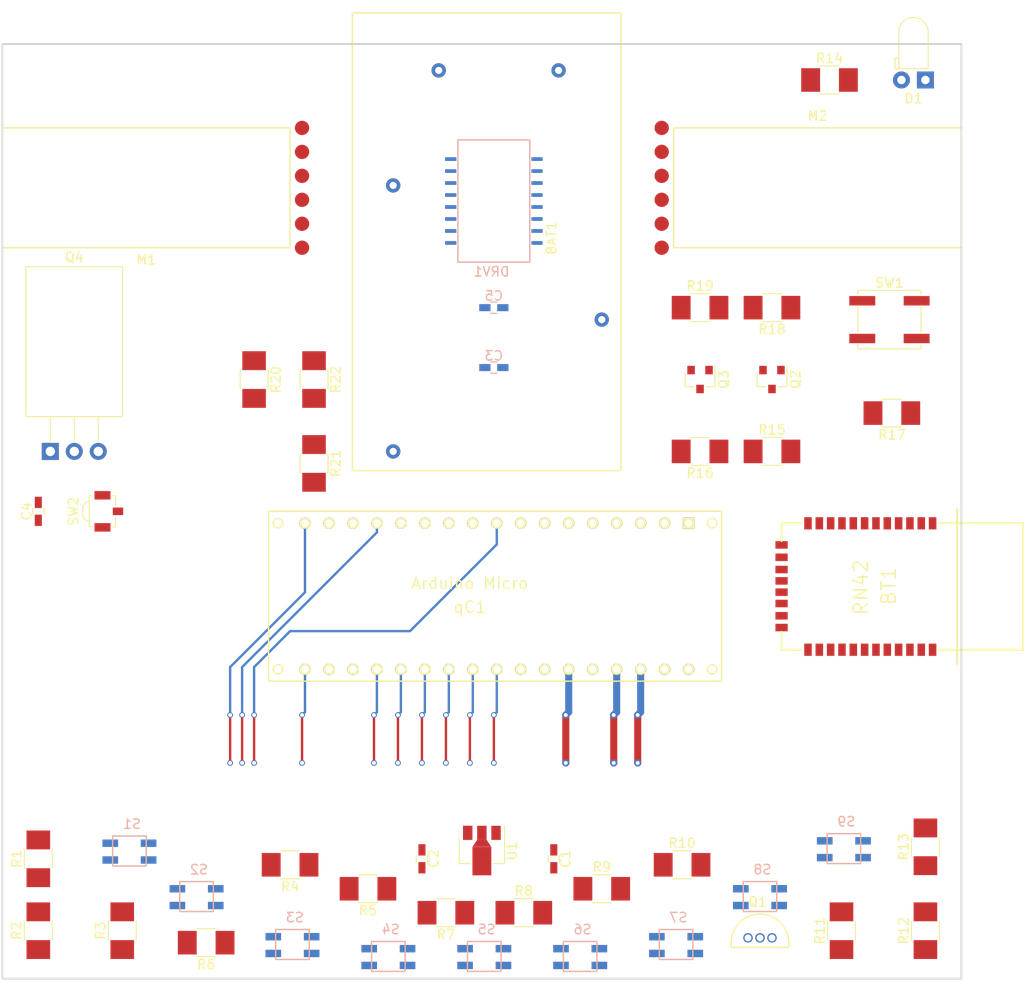
<source format=kicad_pcb>
(kicad_pcb (version 4) (host pcbnew 4.0.5)

  (general
    (links 132)
    (no_connects 132)
    (area -122.37 48.545 -13.469999 153.729)
    (thickness 1.6)
    (drawings 17)
    (tracks 70)
    (zones 0)
    (modules 50)
    (nets 81)
  )

  (page A4)
  (layers
    (0 F.Cu signal)
    (31 B.Cu signal)
    (32 B.Adhes user)
    (33 F.Adhes user)
    (34 B.Paste user)
    (35 F.Paste user)
    (36 B.SilkS user)
    (37 F.SilkS user)
    (38 B.Mask user)
    (39 F.Mask user)
    (40 Dwgs.User user)
    (41 Cmts.User user)
    (42 Eco1.User user)
    (43 Eco2.User user)
    (44 Edge.Cuts user)
    (45 Margin user)
    (46 B.CrtYd user)
    (47 F.CrtYd user)
    (48 B.Fab user)
    (49 F.Fab user)
  )

  (setup
    (last_trace_width 0.25)
    (trace_clearance 0.2)
    (zone_clearance 0.508)
    (zone_45_only yes)
    (trace_min 0.2)
    (segment_width 0.2)
    (edge_width 0.2)
    (via_size 0.6)
    (via_drill 0.4)
    (via_min_size 0.4)
    (via_min_drill 0.3)
    (uvia_size 0.3)
    (uvia_drill 0.1)
    (uvias_allowed no)
    (uvia_min_size 0.2)
    (uvia_min_drill 0.1)
    (pcb_text_width 0.3)
    (pcb_text_size 1.5 1.5)
    (mod_edge_width 0.15)
    (mod_text_size 1 1)
    (mod_text_width 0.15)
    (pad_size 1.524 1.524)
    (pad_drill 0.762)
    (pad_to_mask_clearance 0.2)
    (aux_axis_origin 0 0)
    (visible_elements 7FFFFFFF)
    (pcbplotparams
      (layerselection 0x00030_80000001)
      (usegerberextensions false)
      (excludeedgelayer true)
      (linewidth 0.100000)
      (plotframeref false)
      (viasonmask false)
      (mode 1)
      (useauxorigin false)
      (hpglpennumber 1)
      (hpglpenspeed 20)
      (hpglpendiameter 15)
      (hpglpenoverlay 2)
      (psnegative false)
      (psa4output false)
      (plotreference true)
      (plotvalue true)
      (plotinvisibletext false)
      (padsonsilk false)
      (subtractmaskfromsilk false)
      (outputformat 1)
      (mirror false)
      (drillshape 1)
      (scaleselection 1)
      (outputdirectory ""))
  )

  (net 0 "")
  (net 1 +9VA)
  (net 2 "Net-(BAT1-Pad2)")
  (net 3 GND)
  (net 4 "Net-(BT1-Pad2)")
  (net 5 "Net-(BT1-Pad3)")
  (net 6 "Net-(BT1-Pad4)")
  (net 7 "Net-(BT1-Pad5)")
  (net 8 "Net-(BT1-Pad6)")
  (net 9 "Net-(BT1-Pad7)")
  (net 10 "Net-(BT1-Pad8)")
  (net 11 "Net-(BT1-Pad9)")
  (net 12 "Net-(BT1-Pad10)")
  (net 13 +3V3)
  (net 14 "Net-(BT1-Pad35)")
  (net 15 "Net-(BT1-Pad34)")
  (net 16 "Net-(BT1-Pad33)")
  (net 17 "Net-(BT1-Pad32)")
  (net 18 "Net-(BT1-Pad31)")
  (net 19 "Net-(BT1-Pad30)")
  (net 20 /BTTX)
  (net 21 /BTRX)
  (net 22 "Net-(BT1-Pad15)")
  (net 23 "Net-(BT1-Pad16)")
  (net 24 "Net-(BT1-Pad17)")
  (net 25 "Net-(BT1-Pad18)")
  (net 26 "Net-(BT1-Pad19)")
  (net 27 "Net-(BT1-Pad20)")
  (net 28 "Net-(BT1-Pad21)")
  (net 29 "Net-(BT1-Pad22)")
  (net 30 "Net-(BT1-Pad23)")
  (net 31 "Net-(BT1-Pad24)")
  (net 32 +9V)
  (net 33 "Net-(C2-Pad1)")
  (net 34 "Net-(C3-Pad1)")
  (net 35 "Net-(C3-Pad2)")
  (net 36 "Net-(C5-Pad1)")
  (net 37 "Net-(C5-Pad2)")
  (net 38 "Net-(D1-Pad2)")
  (net 39 +5V)
  (net 40 /PWML1)
  (net 41 /PWML2)
  (net 42 /PWMR1)
  (net 43 /PWMR2)
  (net 44 /ENCLB)
  (net 45 /ENCLA)
  (net 46 /ENCRA)
  (net 47 /ENCRB)
  (net 48 "Net-(Q1-Pad2)")
  (net 49 "Net-(Q1-Pad1)")
  (net 50 "Net-(Q3-Pad2)")
  (net 51 "Net-(Q4-Pad1)")
  (net 52 /LED)
  (net 53 "Net-(qC1-Pad33)")
  (net 54 "Net-(qC1-Pad30)")
  (net 55 "Net-(qC1-Pad28)")
  (net 56 "Net-(qC1-Pad27)")
  (net 57 /LS9)
  (net 58 /LS8)
  (net 59 /LS7)
  (net 60 /LS6)
  (net 61 /LS5)
  (net 62 /LS4)
  (net 63 "Net-(qC1-Pad20)")
  (net 64 /LON)
  (net 65 "Net-(qC1-Pad5)")
  (net 66 /LS1)
  (net 67 /BUT)
  (net 68 /VBAT)
  (net 69 /LS2)
  (net 70 /LS3)
  (net 71 "Net-(R1-Pad2)")
  (net 72 "Net-(R5-Pad2)")
  (net 73 "Net-(R10-Pad2)")
  (net 74 "Net-(S1-Pad2)")
  (net 75 "Net-(S2-Pad2)")
  (net 76 "Net-(S4-Pad2)")
  (net 77 "Net-(S5-Pad2)")
  (net 78 "Net-(S6-Pad3)")
  (net 79 "Net-(S7-Pad2)")
  (net 80 "Net-(S8-Pad2)")

  (net_class Default "This is the default net class."
    (clearance 0.2)
    (trace_width 0.25)
    (via_dia 0.6)
    (via_drill 0.4)
    (uvia_dia 0.3)
    (uvia_drill 0.1)
    (add_net /BTRX)
    (add_net /BTTX)
    (add_net /BUT)
    (add_net /ENCLA)
    (add_net /ENCLB)
    (add_net /ENCRA)
    (add_net /ENCRB)
    (add_net /LED)
    (add_net /LON)
    (add_net /LS1)
    (add_net /LS2)
    (add_net /LS3)
    (add_net /LS4)
    (add_net /LS5)
    (add_net /LS6)
    (add_net /LS7)
    (add_net /LS8)
    (add_net /LS9)
    (add_net /PWML1)
    (add_net /PWML2)
    (add_net /PWMR1)
    (add_net /PWMR2)
    (add_net /VBAT)
    (add_net "Net-(BAT1-Pad2)")
    (add_net "Net-(BT1-Pad10)")
    (add_net "Net-(BT1-Pad15)")
    (add_net "Net-(BT1-Pad16)")
    (add_net "Net-(BT1-Pad17)")
    (add_net "Net-(BT1-Pad18)")
    (add_net "Net-(BT1-Pad19)")
    (add_net "Net-(BT1-Pad2)")
    (add_net "Net-(BT1-Pad20)")
    (add_net "Net-(BT1-Pad21)")
    (add_net "Net-(BT1-Pad22)")
    (add_net "Net-(BT1-Pad23)")
    (add_net "Net-(BT1-Pad24)")
    (add_net "Net-(BT1-Pad3)")
    (add_net "Net-(BT1-Pad30)")
    (add_net "Net-(BT1-Pad31)")
    (add_net "Net-(BT1-Pad32)")
    (add_net "Net-(BT1-Pad33)")
    (add_net "Net-(BT1-Pad34)")
    (add_net "Net-(BT1-Pad35)")
    (add_net "Net-(BT1-Pad4)")
    (add_net "Net-(BT1-Pad5)")
    (add_net "Net-(BT1-Pad6)")
    (add_net "Net-(BT1-Pad7)")
    (add_net "Net-(BT1-Pad8)")
    (add_net "Net-(BT1-Pad9)")
    (add_net "Net-(C2-Pad1)")
    (add_net "Net-(C3-Pad1)")
    (add_net "Net-(C3-Pad2)")
    (add_net "Net-(C5-Pad1)")
    (add_net "Net-(C5-Pad2)")
    (add_net "Net-(D1-Pad2)")
    (add_net "Net-(Q1-Pad1)")
    (add_net "Net-(Q1-Pad2)")
    (add_net "Net-(Q3-Pad2)")
    (add_net "Net-(Q4-Pad1)")
    (add_net "Net-(R1-Pad2)")
    (add_net "Net-(R10-Pad2)")
    (add_net "Net-(R5-Pad2)")
    (add_net "Net-(S1-Pad2)")
    (add_net "Net-(S2-Pad2)")
    (add_net "Net-(S4-Pad2)")
    (add_net "Net-(S5-Pad2)")
    (add_net "Net-(S6-Pad3)")
    (add_net "Net-(S7-Pad2)")
    (add_net "Net-(S8-Pad2)")
    (add_net "Net-(qC1-Pad20)")
    (add_net "Net-(qC1-Pad27)")
    (add_net "Net-(qC1-Pad28)")
    (add_net "Net-(qC1-Pad30)")
    (add_net "Net-(qC1-Pad33)")
    (add_net "Net-(qC1-Pad5)")
  )

  (net_class PWR ""
    (clearance 0.2)
    (trace_width 0.75)
    (via_dia 0.75)
    (via_drill 0.4)
    (uvia_dia 0.3)
    (uvia_drill 0.1)
    (add_net +3V3)
    (add_net +5V)
    (add_net +9V)
    (add_net +9VA)
    (add_net GND)
  )

  (module "HPCBMotor:HPCB Motor (Pololu)" (layer F.Cu) (tedit 58D56175) (tstamp 58D6476F)
    (at -20.32 57.15 180)
    (path /58D35D0E)
    (fp_text reference M2 (at 15.24 -3.81 180) (layer F.SilkS)
      (effects (font (size 1 1) (thickness 0.15)))
    )
    (fp_text value "Motor Desni" (at 15.24 -19.05 180) (layer F.Fab)
      (effects (font (size 1 1) (thickness 0.15)))
    )
    (fp_line (start 0 -5.08) (end 30.48 -5.08) (layer F.SilkS) (width 0.15))
    (fp_line (start 30.48 -5.08) (end 30.48 -17.78) (layer F.SilkS) (width 0.15))
    (fp_line (start 30.48 -17.78) (end 0 -17.78) (layer F.SilkS) (width 0.15))
    (fp_line (start 0 -17.78) (end 0 -5.08) (layer F.SilkS) (width 0.15))
    (pad 1 smd circle (at 31.75 -17.78 180) (size 1.524 1.524) (layers F.Cu F.Paste F.Mask)
      (net 36 "Net-(C5-Pad1)"))
    (pad 2 smd circle (at 31.75 -15.24 180) (size 1.524 1.524) (layers F.Cu F.Paste F.Mask)
      (net 37 "Net-(C5-Pad2)"))
    (pad 3 smd circle (at 31.75 -12.7 180) (size 1.524 1.524) (layers F.Cu F.Paste F.Mask)
      (net 39 +5V))
    (pad 4 smd circle (at 31.75 -10.16 180) (size 1.524 1.524) (layers F.Cu F.Paste F.Mask)
      (net 46 /ENCRA))
    (pad 5 smd circle (at 31.75 -7.62 180) (size 1.524 1.524) (layers F.Cu F.Paste F.Mask)
      (net 47 /ENCRB))
    (pad 6 smd circle (at 31.75 -5.08 180) (size 1.524 1.524) (layers F.Cu F.Paste F.Mask)
      (net 3 GND))
  )

  (module Capacitors_SMD:C_0603_HandSoldering (layer F.Cu) (tedit 58AA848B) (tstamp 58D64729)
    (at -63.5 139.7 270)
    (descr "Capacitor SMD 0603, hand soldering")
    (tags "capacitor 0603")
    (path /58D35D2A)
    (attr smd)
    (fp_text reference C1 (at 0 -1.25 270) (layer F.SilkS)
      (effects (font (size 1 1) (thickness 0.15)))
    )
    (fp_text value 1uF (at 0 1.5 270) (layer F.Fab)
      (effects (font (size 1 1) (thickness 0.15)))
    )
    (fp_text user %R (at 0 -1.25 270) (layer F.Fab)
      (effects (font (size 1 1) (thickness 0.15)))
    )
    (fp_line (start -0.8 0.4) (end -0.8 -0.4) (layer F.Fab) (width 0.1))
    (fp_line (start 0.8 0.4) (end -0.8 0.4) (layer F.Fab) (width 0.1))
    (fp_line (start 0.8 -0.4) (end 0.8 0.4) (layer F.Fab) (width 0.1))
    (fp_line (start -0.8 -0.4) (end 0.8 -0.4) (layer F.Fab) (width 0.1))
    (fp_line (start -0.35 -0.6) (end 0.35 -0.6) (layer F.SilkS) (width 0.12))
    (fp_line (start 0.35 0.6) (end -0.35 0.6) (layer F.SilkS) (width 0.12))
    (fp_line (start -1.8 -0.65) (end 1.8 -0.65) (layer F.CrtYd) (width 0.05))
    (fp_line (start -1.8 -0.65) (end -1.8 0.65) (layer F.CrtYd) (width 0.05))
    (fp_line (start 1.8 0.65) (end 1.8 -0.65) (layer F.CrtYd) (width 0.05))
    (fp_line (start 1.8 0.65) (end -1.8 0.65) (layer F.CrtYd) (width 0.05))
    (pad 1 smd rect (at -0.95 0 270) (size 1.2 0.75) (layers F.Cu F.Paste F.Mask)
      (net 32 +9V))
    (pad 2 smd rect (at 0.95 0 270) (size 1.2 0.75) (layers F.Cu F.Paste F.Mask)
      (net 3 GND))
    (model Capacitors_SMD.3dshapes/C_0603.wrl
      (at (xyz 0 0 0))
      (scale (xyz 1 1 1))
      (rotate (xyz 0 0 0))
    )
  )

  (module Capacitors_SMD:C_0603_HandSoldering (layer F.Cu) (tedit 58D838B4) (tstamp 58D6472F)
    (at -77.47 139.7 270)
    (descr "Capacitor SMD 0603, hand soldering")
    (tags "capacitor 0603")
    (path /58D35D2B)
    (attr smd)
    (fp_text reference C2 (at 0 -1.25 270) (layer F.SilkS)
      (effects (font (size 1 1) (thickness 0.15)))
    )
    (fp_text value 1uF (at 0 1.27 270) (layer F.Fab)
      (effects (font (size 1 1) (thickness 0.15)))
    )
    (fp_text user %R (at 0 -1.25 270) (layer F.Fab)
      (effects (font (size 1 1) (thickness 0.15)))
    )
    (fp_line (start -0.8 0.4) (end -0.8 -0.4) (layer F.Fab) (width 0.1))
    (fp_line (start 0.8 0.4) (end -0.8 0.4) (layer F.Fab) (width 0.1))
    (fp_line (start 0.8 -0.4) (end 0.8 0.4) (layer F.Fab) (width 0.1))
    (fp_line (start -0.8 -0.4) (end 0.8 -0.4) (layer F.Fab) (width 0.1))
    (fp_line (start -0.35 -0.6) (end 0.35 -0.6) (layer F.SilkS) (width 0.12))
    (fp_line (start 0.35 0.6) (end -0.35 0.6) (layer F.SilkS) (width 0.12))
    (fp_line (start -1.8 -0.65) (end 1.8 -0.65) (layer F.CrtYd) (width 0.05))
    (fp_line (start -1.8 -0.65) (end -1.8 0.65) (layer F.CrtYd) (width 0.05))
    (fp_line (start 1.8 0.65) (end 1.8 -0.65) (layer F.CrtYd) (width 0.05))
    (fp_line (start 1.8 0.65) (end -1.8 0.65) (layer F.CrtYd) (width 0.05))
    (pad 1 smd rect (at -0.95 0 270) (size 1.2 0.75) (layers F.Cu F.Paste F.Mask)
      (net 33 "Net-(C2-Pad1)"))
    (pad 2 smd rect (at 0.95 0 270) (size 1.2 0.75) (layers F.Cu F.Paste F.Mask)
      (net 3 GND))
    (model Capacitors_SMD.3dshapes/C_0603.wrl
      (at (xyz 0 0 0))
      (scale (xyz 1 1 1))
      (rotate (xyz 0 0 0))
    )
  )

  (module Capacitors_SMD:C_0603_HandSoldering (layer B.Cu) (tedit 58AA848B) (tstamp 58D64735)
    (at -69.85 87.63 180)
    (descr "Capacitor SMD 0603, hand soldering")
    (tags "capacitor 0603")
    (path /58D35D07)
    (attr smd)
    (fp_text reference C3 (at 0 1.25 180) (layer B.SilkS)
      (effects (font (size 1 1) (thickness 0.15)) (justify mirror))
    )
    (fp_text value CM1 (at 0 -1.5 180) (layer B.Fab)
      (effects (font (size 1 1) (thickness 0.15)) (justify mirror))
    )
    (fp_text user %R (at 0 1.25 180) (layer B.Fab)
      (effects (font (size 1 1) (thickness 0.15)) (justify mirror))
    )
    (fp_line (start -0.8 -0.4) (end -0.8 0.4) (layer B.Fab) (width 0.1))
    (fp_line (start 0.8 -0.4) (end -0.8 -0.4) (layer B.Fab) (width 0.1))
    (fp_line (start 0.8 0.4) (end 0.8 -0.4) (layer B.Fab) (width 0.1))
    (fp_line (start -0.8 0.4) (end 0.8 0.4) (layer B.Fab) (width 0.1))
    (fp_line (start -0.35 0.6) (end 0.35 0.6) (layer B.SilkS) (width 0.12))
    (fp_line (start 0.35 -0.6) (end -0.35 -0.6) (layer B.SilkS) (width 0.12))
    (fp_line (start -1.8 0.65) (end 1.8 0.65) (layer B.CrtYd) (width 0.05))
    (fp_line (start -1.8 0.65) (end -1.8 -0.65) (layer B.CrtYd) (width 0.05))
    (fp_line (start 1.8 -0.65) (end 1.8 0.65) (layer B.CrtYd) (width 0.05))
    (fp_line (start 1.8 -0.65) (end -1.8 -0.65) (layer B.CrtYd) (width 0.05))
    (pad 1 smd rect (at -0.95 0 180) (size 1.2 0.75) (layers B.Cu B.Paste B.Mask)
      (net 34 "Net-(C3-Pad1)"))
    (pad 2 smd rect (at 0.95 0 180) (size 1.2 0.75) (layers B.Cu B.Paste B.Mask)
      (net 35 "Net-(C3-Pad2)"))
    (model Capacitors_SMD.3dshapes/C_0603.wrl
      (at (xyz 0 0 0))
      (scale (xyz 1 1 1))
      (rotate (xyz 0 0 0))
    )
  )

  (module Capacitors_SMD:C_0603_HandSoldering (layer F.Cu) (tedit 58AA848B) (tstamp 58D6473B)
    (at -118.11 102.87 90)
    (descr "Capacitor SMD 0603, hand soldering")
    (tags "capacitor 0603")
    (path /58D35D1A)
    (attr smd)
    (fp_text reference C4 (at 0 -1.25 90) (layer F.SilkS)
      (effects (font (size 1 1) (thickness 0.15)))
    )
    (fp_text value 22uF (at 0 1.5 90) (layer F.Fab)
      (effects (font (size 1 1) (thickness 0.15)))
    )
    (fp_text user %R (at 0 -1.25 90) (layer F.Fab)
      (effects (font (size 1 1) (thickness 0.15)))
    )
    (fp_line (start -0.8 0.4) (end -0.8 -0.4) (layer F.Fab) (width 0.1))
    (fp_line (start 0.8 0.4) (end -0.8 0.4) (layer F.Fab) (width 0.1))
    (fp_line (start 0.8 -0.4) (end 0.8 0.4) (layer F.Fab) (width 0.1))
    (fp_line (start -0.8 -0.4) (end 0.8 -0.4) (layer F.Fab) (width 0.1))
    (fp_line (start -0.35 -0.6) (end 0.35 -0.6) (layer F.SilkS) (width 0.12))
    (fp_line (start 0.35 0.6) (end -0.35 0.6) (layer F.SilkS) (width 0.12))
    (fp_line (start -1.8 -0.65) (end 1.8 -0.65) (layer F.CrtYd) (width 0.05))
    (fp_line (start -1.8 -0.65) (end -1.8 0.65) (layer F.CrtYd) (width 0.05))
    (fp_line (start 1.8 0.65) (end 1.8 -0.65) (layer F.CrtYd) (width 0.05))
    (fp_line (start 1.8 0.65) (end -1.8 0.65) (layer F.CrtYd) (width 0.05))
    (pad 1 smd rect (at -0.95 0 90) (size 1.2 0.75) (layers F.Cu F.Paste F.Mask)
      (net 1 +9VA))
    (pad 2 smd rect (at 0.95 0 90) (size 1.2 0.75) (layers F.Cu F.Paste F.Mask)
      (net 2 "Net-(BAT1-Pad2)"))
    (model Capacitors_SMD.3dshapes/C_0603.wrl
      (at (xyz 0 0 0))
      (scale (xyz 1 1 1))
      (rotate (xyz 0 0 0))
    )
  )

  (module Capacitors_SMD:C_0603_HandSoldering (layer B.Cu) (tedit 58D84224) (tstamp 58D64741)
    (at -69.85 81.28 180)
    (descr "Capacitor SMD 0603, hand soldering")
    (tags "capacitor 0603")
    (path /58D35D0B)
    (attr smd)
    (fp_text reference C5 (at 0 1.25 180) (layer B.SilkS)
      (effects (font (size 1 1) (thickness 0.15)) (justify mirror))
    )
    (fp_text value CM2 (at 0 -1.27 180) (layer B.Fab)
      (effects (font (size 1 1) (thickness 0.15)) (justify mirror))
    )
    (fp_text user %R (at 0 1.25 180) (layer B.Fab)
      (effects (font (size 1 1) (thickness 0.15)) (justify mirror))
    )
    (fp_line (start -0.8 -0.4) (end -0.8 0.4) (layer B.Fab) (width 0.1))
    (fp_line (start 0.8 -0.4) (end -0.8 -0.4) (layer B.Fab) (width 0.1))
    (fp_line (start 0.8 0.4) (end 0.8 -0.4) (layer B.Fab) (width 0.1))
    (fp_line (start -0.8 0.4) (end 0.8 0.4) (layer B.Fab) (width 0.1))
    (fp_line (start -0.35 0.6) (end 0.35 0.6) (layer B.SilkS) (width 0.12))
    (fp_line (start 0.35 -0.6) (end -0.35 -0.6) (layer B.SilkS) (width 0.12))
    (fp_line (start -1.8 0.65) (end 1.8 0.65) (layer B.CrtYd) (width 0.05))
    (fp_line (start -1.8 0.65) (end -1.8 -0.65) (layer B.CrtYd) (width 0.05))
    (fp_line (start 1.8 -0.65) (end 1.8 0.65) (layer B.CrtYd) (width 0.05))
    (fp_line (start 1.8 -0.65) (end -1.8 -0.65) (layer B.CrtYd) (width 0.05))
    (pad 1 smd rect (at -0.95 0 180) (size 1.2 0.75) (layers B.Cu B.Paste B.Mask)
      (net 36 "Net-(C5-Pad1)"))
    (pad 2 smd rect (at 0.95 0 180) (size 1.2 0.75) (layers B.Cu B.Paste B.Mask)
      (net 37 "Net-(C5-Pad2)"))
    (model Capacitors_SMD.3dshapes/C_0603.wrl
      (at (xyz 0 0 0))
      (scale (xyz 1 1 1))
      (rotate (xyz 0 0 0))
    )
  )

  (module LEDs:LED_D3.0mm_Horizontal_O1.27mm_Z2.0mm (layer F.Cu) (tedit 5880A862) (tstamp 58D64747)
    (at -24.13 57.15 180)
    (descr "LED, diameter 3.0mm z-position of LED center 2.0mm, 2 pins")
    (tags "LED diameter 3.0mm z-position of LED center 2.0mm 2 pins")
    (path /58D4E16E)
    (fp_text reference D1 (at 1.27 -1.96 180) (layer F.SilkS)
      (effects (font (size 1 1) (thickness 0.15)))
    )
    (fp_text value LED (at 1.27 7.63 180) (layer F.Fab)
      (effects (font (size 1 1) (thickness 0.15)))
    )
    (fp_arc (start 1.27 5.07) (end -0.23 5.07) (angle -180) (layer F.Fab) (width 0.1))
    (fp_arc (start 1.27 5.07) (end -0.29 5.07) (angle -180) (layer F.SilkS) (width 0.12))
    (fp_line (start -0.23 1.27) (end -0.23 5.07) (layer F.Fab) (width 0.1))
    (fp_line (start 2.77 1.27) (end 2.77 5.07) (layer F.Fab) (width 0.1))
    (fp_line (start -0.23 1.27) (end 2.77 1.27) (layer F.Fab) (width 0.1))
    (fp_line (start 3.17 1.27) (end 3.17 2.27) (layer F.Fab) (width 0.1))
    (fp_line (start 3.17 2.27) (end 2.77 2.27) (layer F.Fab) (width 0.1))
    (fp_line (start 2.77 2.27) (end 2.77 1.27) (layer F.Fab) (width 0.1))
    (fp_line (start 2.77 1.27) (end 3.17 1.27) (layer F.Fab) (width 0.1))
    (fp_line (start 0 0) (end 0 1.27) (layer F.Fab) (width 0.1))
    (fp_line (start 0 1.27) (end 0 1.27) (layer F.Fab) (width 0.1))
    (fp_line (start 0 1.27) (end 0 0) (layer F.Fab) (width 0.1))
    (fp_line (start 0 0) (end 0 0) (layer F.Fab) (width 0.1))
    (fp_line (start 2.54 0) (end 2.54 1.27) (layer F.Fab) (width 0.1))
    (fp_line (start 2.54 1.27) (end 2.54 1.27) (layer F.Fab) (width 0.1))
    (fp_line (start 2.54 1.27) (end 2.54 0) (layer F.Fab) (width 0.1))
    (fp_line (start 2.54 0) (end 2.54 0) (layer F.Fab) (width 0.1))
    (fp_line (start -0.29 1.21) (end -0.29 5.07) (layer F.SilkS) (width 0.12))
    (fp_line (start 2.83 1.21) (end 2.83 5.07) (layer F.SilkS) (width 0.12))
    (fp_line (start -0.29 1.21) (end 2.83 1.21) (layer F.SilkS) (width 0.12))
    (fp_line (start 3.23 1.21) (end 3.23 2.33) (layer F.SilkS) (width 0.12))
    (fp_line (start 3.23 2.33) (end 2.83 2.33) (layer F.SilkS) (width 0.12))
    (fp_line (start 2.83 2.33) (end 2.83 1.21) (layer F.SilkS) (width 0.12))
    (fp_line (start 2.83 1.21) (end 3.23 1.21) (layer F.SilkS) (width 0.12))
    (fp_line (start 0 1.08) (end 0 1.21) (layer F.SilkS) (width 0.12))
    (fp_line (start 0 1.21) (end 0 1.21) (layer F.SilkS) (width 0.12))
    (fp_line (start 0 1.21) (end 0 1.08) (layer F.SilkS) (width 0.12))
    (fp_line (start 0 1.08) (end 0 1.08) (layer F.SilkS) (width 0.12))
    (fp_line (start 2.54 1.08) (end 2.54 1.21) (layer F.SilkS) (width 0.12))
    (fp_line (start 2.54 1.21) (end 2.54 1.21) (layer F.SilkS) (width 0.12))
    (fp_line (start 2.54 1.21) (end 2.54 1.08) (layer F.SilkS) (width 0.12))
    (fp_line (start 2.54 1.08) (end 2.54 1.08) (layer F.SilkS) (width 0.12))
    (fp_line (start -1.25 -1.25) (end -1.25 6.9) (layer F.CrtYd) (width 0.05))
    (fp_line (start -1.25 6.9) (end 3.75 6.9) (layer F.CrtYd) (width 0.05))
    (fp_line (start 3.75 6.9) (end 3.75 -1.25) (layer F.CrtYd) (width 0.05))
    (fp_line (start 3.75 -1.25) (end -1.25 -1.25) (layer F.CrtYd) (width 0.05))
    (pad 1 thru_hole rect (at 0 0 180) (size 1.8 1.8) (drill 0.9) (layers *.Cu *.Mask)
      (net 3 GND))
    (pad 2 thru_hole circle (at 2.54 0 180) (size 1.8 1.8) (drill 0.9) (layers *.Cu *.Mask)
      (net 38 "Net-(D1-Pad2)"))
    (model LEDs.3dshapes/LED_D3.0mm_Horizontal_O1.27mm_Z2.0mm.wrl
      (at (xyz 0 0 0))
      (scale (xyz 0.393701 0.393701 0.393701))
      (rotate (xyz 0 0 0))
    )
  )

  (module L293D:L293D (layer B.Cu) (tedit 58D56BB4) (tstamp 58D6475B)
    (at -66.04 63.5 270)
    (path /58D35D06)
    (fp_text reference DRV1 (at 13.97 4.064 540) (layer B.SilkS)
      (effects (font (size 1 1) (thickness 0.15)) (justify mirror))
    )
    (fp_text value L293 (at -1.016 4.064 540) (layer B.Fab)
      (effects (font (size 1 1) (thickness 0.15)) (justify mirror))
    )
    (fp_line (start 12.954 0) (end 12.954 7.62) (layer B.SilkS) (width 0.15))
    (fp_line (start 12.954 7.62) (end 0 7.62) (layer B.SilkS) (width 0.15))
    (fp_line (start 0 7.62) (end 0 0) (layer B.SilkS) (width 0.15))
    (fp_line (start 0 0) (end 12.954 0) (layer B.SilkS) (width 0.15))
    (pad 1 smd rect (at 10.922 8.382 270) (size 0.4 1.2) (layers B.Cu B.Paste B.Mask)
      (net 39 +5V))
    (pad 2 smd rect (at 9.652 8.382 270) (size 0.4 1.2) (layers B.Cu B.Paste B.Mask)
      (net 40 /PWML1))
    (pad 3 smd rect (at 8.382 8.382 270) (size 0.4 1.2) (layers B.Cu B.Paste B.Mask)
      (net 34 "Net-(C3-Pad1)"))
    (pad 4 smd rect (at 7.112 8.382 270) (size 0.4 1.2) (layers B.Cu B.Paste B.Mask)
      (net 3 GND))
    (pad 5 smd rect (at 5.842 8.382 270) (size 0.4 1.2) (layers B.Cu B.Paste B.Mask)
      (net 3 GND))
    (pad 6 smd rect (at 4.572 8.382 270) (size 0.4 1.2) (layers B.Cu B.Paste B.Mask)
      (net 35 "Net-(C3-Pad2)"))
    (pad 7 smd rect (at 3.302 8.382 270) (size 0.4 1.2) (layers B.Cu B.Paste B.Mask)
      (net 41 /PWML2))
    (pad 8 smd rect (at 2.032 8.382 270) (size 0.4 1.2) (layers B.Cu B.Paste B.Mask)
      (net 32 +9V))
    (pad 9 smd rect (at 2.032 -0.762 270) (size 0.4 1.2) (layers B.Cu B.Paste B.Mask)
      (net 39 +5V))
    (pad 10 smd rect (at 3.302 -0.762 270) (size 0.4 1.2) (layers B.Cu B.Paste B.Mask)
      (net 42 /PWMR1))
    (pad 11 smd rect (at 4.572 -0.762 270) (size 0.4 1.2) (layers B.Cu B.Paste B.Mask)
      (net 37 "Net-(C5-Pad2)"))
    (pad 12 smd rect (at 5.842 -0.762 270) (size 0.4 1.2) (layers B.Cu B.Paste B.Mask)
      (net 3 GND))
    (pad 13 smd rect (at 7.112 -0.762 270) (size 0.4 1.2) (layers B.Cu B.Paste B.Mask)
      (net 3 GND))
    (pad 14 smd rect (at 8.382 -0.762 270) (size 0.4 1.2) (layers B.Cu B.Paste B.Mask)
      (net 36 "Net-(C5-Pad1)"))
    (pad 15 smd rect (at 9.652 -0.762 270) (size 0.4 1.2) (layers B.Cu B.Paste B.Mask)
      (net 43 /PWMR2))
    (pad 16 smd rect (at 10.922 -0.762 270) (size 0.4 1.2) (layers B.Cu B.Paste B.Mask)
      (net 39 +5V))
  )

  (module "HPCBMotor:HPCB Motor (Pololu)" (layer F.Cu) (tedit 58D56175) (tstamp 58D64765)
    (at -121.92 80.01)
    (path /58D35D05)
    (fp_text reference M1 (at 15.24 -3.81) (layer F.SilkS)
      (effects (font (size 1 1) (thickness 0.15)))
    )
    (fp_text value "Motor Levi" (at 15.24 -19.05) (layer F.Fab)
      (effects (font (size 1 1) (thickness 0.15)))
    )
    (fp_line (start 0 -5.08) (end 30.48 -5.08) (layer F.SilkS) (width 0.15))
    (fp_line (start 30.48 -5.08) (end 30.48 -17.78) (layer F.SilkS) (width 0.15))
    (fp_line (start 30.48 -17.78) (end 0 -17.78) (layer F.SilkS) (width 0.15))
    (fp_line (start 0 -17.78) (end 0 -5.08) (layer F.SilkS) (width 0.15))
    (pad 1 smd circle (at 31.75 -17.78) (size 1.524 1.524) (layers F.Cu F.Paste F.Mask)
      (net 34 "Net-(C3-Pad1)"))
    (pad 2 smd circle (at 31.75 -15.24) (size 1.524 1.524) (layers F.Cu F.Paste F.Mask)
      (net 35 "Net-(C3-Pad2)"))
    (pad 3 smd circle (at 31.75 -12.7) (size 1.524 1.524) (layers F.Cu F.Paste F.Mask)
      (net 39 +5V))
    (pad 4 smd circle (at 31.75 -10.16) (size 1.524 1.524) (layers F.Cu F.Paste F.Mask)
      (net 44 /ENCLB))
    (pad 5 smd circle (at 31.75 -7.62) (size 1.524 1.524) (layers F.Cu F.Paste F.Mask)
      (net 45 /ENCLA))
    (pad 6 smd circle (at 31.75 -5.08) (size 1.524 1.524) (layers F.Cu F.Paste F.Mask)
      (net 3 GND))
  )

  (module TO_SOT_Packages_SMD:SOT-23 (layer F.Cu) (tedit 58CE4E7E) (tstamp 58D6477D)
    (at -40.386 88.9 270)
    (descr "SOT-23, Standard")
    (tags SOT-23)
    (path /58D35D4E)
    (attr smd)
    (fp_text reference Q2 (at 0 -2.5 270) (layer F.SilkS)
      (effects (font (size 1 1) (thickness 0.15)))
    )
    (fp_text value BSS138 (at 0 2.5 270) (layer F.Fab)
      (effects (font (size 1 1) (thickness 0.15)))
    )
    (fp_text user %R (at 0 0 270) (layer F.Fab)
      (effects (font (size 0.5 0.5) (thickness 0.075)))
    )
    (fp_line (start -0.7 -0.95) (end -0.7 1.5) (layer F.Fab) (width 0.1))
    (fp_line (start -0.15 -1.52) (end 0.7 -1.52) (layer F.Fab) (width 0.1))
    (fp_line (start -0.7 -0.95) (end -0.15 -1.52) (layer F.Fab) (width 0.1))
    (fp_line (start 0.7 -1.52) (end 0.7 1.52) (layer F.Fab) (width 0.1))
    (fp_line (start -0.7 1.52) (end 0.7 1.52) (layer F.Fab) (width 0.1))
    (fp_line (start 0.76 1.58) (end 0.76 0.65) (layer F.SilkS) (width 0.12))
    (fp_line (start 0.76 -1.58) (end 0.76 -0.65) (layer F.SilkS) (width 0.12))
    (fp_line (start -1.7 -1.75) (end 1.7 -1.75) (layer F.CrtYd) (width 0.05))
    (fp_line (start 1.7 -1.75) (end 1.7 1.75) (layer F.CrtYd) (width 0.05))
    (fp_line (start 1.7 1.75) (end -1.7 1.75) (layer F.CrtYd) (width 0.05))
    (fp_line (start -1.7 1.75) (end -1.7 -1.75) (layer F.CrtYd) (width 0.05))
    (fp_line (start 0.76 -1.58) (end -1.4 -1.58) (layer F.SilkS) (width 0.12))
    (fp_line (start 0.76 1.58) (end -0.7 1.58) (layer F.SilkS) (width 0.12))
    (pad 1 smd rect (at -1 -0.95 270) (size 0.9 0.8) (layers F.Cu F.Paste F.Mask)
      (net 13 +3V3))
    (pad 2 smd rect (at -1 0.95 270) (size 0.9 0.8) (layers F.Cu F.Paste F.Mask)
      (net 20 /BTTX))
    (pad 3 smd rect (at 1 0 270) (size 0.9 0.8) (layers F.Cu F.Paste F.Mask)
      (net 21 /BTRX))
    (model ${KISYS3DMOD}/TO_SOT_Packages_SMD.3dshapes/SOT-23.wrl
      (at (xyz 0 0 0))
      (scale (xyz 1 1 1))
      (rotate (xyz 0 0 90))
    )
  )

  (module TO_SOT_Packages_SMD:SOT-23 (layer F.Cu) (tedit 58CE4E7E) (tstamp 58D64784)
    (at -48.006 88.9 270)
    (descr "SOT-23, Standard")
    (tags SOT-23)
    (path /58D35D53)
    (attr smd)
    (fp_text reference Q3 (at 0 -2.5 270) (layer F.SilkS)
      (effects (font (size 1 1) (thickness 0.15)))
    )
    (fp_text value BSS138 (at 0 2.5 270) (layer F.Fab)
      (effects (font (size 1 1) (thickness 0.15)))
    )
    (fp_text user %R (at 0 0 270) (layer F.Fab)
      (effects (font (size 0.5 0.5) (thickness 0.075)))
    )
    (fp_line (start -0.7 -0.95) (end -0.7 1.5) (layer F.Fab) (width 0.1))
    (fp_line (start -0.15 -1.52) (end 0.7 -1.52) (layer F.Fab) (width 0.1))
    (fp_line (start -0.7 -0.95) (end -0.15 -1.52) (layer F.Fab) (width 0.1))
    (fp_line (start 0.7 -1.52) (end 0.7 1.52) (layer F.Fab) (width 0.1))
    (fp_line (start -0.7 1.52) (end 0.7 1.52) (layer F.Fab) (width 0.1))
    (fp_line (start 0.76 1.58) (end 0.76 0.65) (layer F.SilkS) (width 0.12))
    (fp_line (start 0.76 -1.58) (end 0.76 -0.65) (layer F.SilkS) (width 0.12))
    (fp_line (start -1.7 -1.75) (end 1.7 -1.75) (layer F.CrtYd) (width 0.05))
    (fp_line (start 1.7 -1.75) (end 1.7 1.75) (layer F.CrtYd) (width 0.05))
    (fp_line (start 1.7 1.75) (end -1.7 1.75) (layer F.CrtYd) (width 0.05))
    (fp_line (start -1.7 1.75) (end -1.7 -1.75) (layer F.CrtYd) (width 0.05))
    (fp_line (start 0.76 -1.58) (end -1.4 -1.58) (layer F.SilkS) (width 0.12))
    (fp_line (start 0.76 1.58) (end -0.7 1.58) (layer F.SilkS) (width 0.12))
    (pad 1 smd rect (at -1 -0.95 270) (size 0.9 0.8) (layers F.Cu F.Paste F.Mask)
      (net 13 +3V3))
    (pad 2 smd rect (at -1 0.95 270) (size 0.9 0.8) (layers F.Cu F.Paste F.Mask)
      (net 50 "Net-(Q3-Pad2)"))
    (pad 3 smd rect (at 1 0 270) (size 0.9 0.8) (layers F.Cu F.Paste F.Mask)
      (net 20 /BTTX))
    (model ${KISYS3DMOD}/TO_SOT_Packages_SMD.3dshapes/SOT-23.wrl
      (at (xyz 0 0 0))
      (scale (xyz 1 1 1))
      (rotate (xyz 0 0 90))
    )
  )

  (module TO_SOT_Packages_THT:TO-220_Horizontal (layer F.Cu) (tedit 58CE52AD) (tstamp 58D6478C)
    (at -116.84 96.52)
    (descr "TO-220, Horizontal, RM 2.54mm")
    (tags "TO-220 Horizontal RM 2.54mm")
    (path /58D35D1C)
    (fp_text reference Q4 (at 2.54 -20.58) (layer F.SilkS)
      (effects (font (size 1 1) (thickness 0.15)))
    )
    (fp_text value Q_PMOS_GDS (at 2.54 1.9) (layer F.Fab)
      (effects (font (size 1 1) (thickness 0.15)))
    )
    (fp_text user %R (at 2.54 -20.58) (layer F.Fab)
      (effects (font (size 1 1) (thickness 0.15)))
    )
    (fp_line (start -2.46 -13.06) (end -2.46 -19.46) (layer F.Fab) (width 0.1))
    (fp_line (start -2.46 -19.46) (end 7.54 -19.46) (layer F.Fab) (width 0.1))
    (fp_line (start 7.54 -19.46) (end 7.54 -13.06) (layer F.Fab) (width 0.1))
    (fp_line (start 7.54 -13.06) (end -2.46 -13.06) (layer F.Fab) (width 0.1))
    (fp_line (start -2.46 -3.81) (end -2.46 -13.06) (layer F.Fab) (width 0.1))
    (fp_line (start -2.46 -13.06) (end 7.54 -13.06) (layer F.Fab) (width 0.1))
    (fp_line (start 7.54 -13.06) (end 7.54 -3.81) (layer F.Fab) (width 0.1))
    (fp_line (start 7.54 -3.81) (end -2.46 -3.81) (layer F.Fab) (width 0.1))
    (fp_line (start 0 -3.81) (end 0 0) (layer F.Fab) (width 0.1))
    (fp_line (start 2.54 -3.81) (end 2.54 0) (layer F.Fab) (width 0.1))
    (fp_line (start 5.08 -3.81) (end 5.08 0) (layer F.Fab) (width 0.1))
    (fp_line (start -2.58 -3.69) (end 7.66 -3.69) (layer F.SilkS) (width 0.12))
    (fp_line (start -2.58 -19.58) (end 7.66 -19.58) (layer F.SilkS) (width 0.12))
    (fp_line (start -2.58 -19.58) (end -2.58 -3.69) (layer F.SilkS) (width 0.12))
    (fp_line (start 7.66 -19.58) (end 7.66 -3.69) (layer F.SilkS) (width 0.12))
    (fp_line (start 0 -3.69) (end 0 -1.05) (layer F.SilkS) (width 0.12))
    (fp_line (start 2.54 -3.69) (end 2.54 -1.066) (layer F.SilkS) (width 0.12))
    (fp_line (start 5.08 -3.69) (end 5.08 -1.066) (layer F.SilkS) (width 0.12))
    (fp_line (start -2.71 -19.71) (end -2.71 1.15) (layer F.CrtYd) (width 0.05))
    (fp_line (start -2.71 1.15) (end 7.79 1.15) (layer F.CrtYd) (width 0.05))
    (fp_line (start 7.79 1.15) (end 7.79 -19.71) (layer F.CrtYd) (width 0.05))
    (fp_line (start 7.79 -19.71) (end -2.71 -19.71) (layer F.CrtYd) (width 0.05))
    (fp_circle (center 2.54 -16.66) (end 4.39 -16.66) (layer F.Fab) (width 0.1))
    (pad 0 np_thru_hole oval (at 2.54 -16.66) (size 3.5 3.5) (drill 3.5) (layers *.Cu *.Mask))
    (pad 1 thru_hole rect (at 0 0) (size 1.8 1.8) (drill 1) (layers *.Cu *.Mask)
      (net 51 "Net-(Q4-Pad1)"))
    (pad 2 thru_hole oval (at 2.54 0) (size 1.8 1.8) (drill 1) (layers *.Cu *.Mask)
      (net 1 +9VA))
    (pad 3 thru_hole oval (at 5.08 0) (size 1.8 1.8) (drill 1) (layers *.Cu *.Mask)
      (net 32 +9V))
    (model ${KISYS3DMOD}/TO_SOT_Packages_THT.3dshapes/TO-220_Horizontal.wrl
      (at (xyz 0.1 0 0))
      (scale (xyz 0.393701 0.393701 0.393701))
      (rotate (xyz 0 0 0))
    )
  )

  (module ArduinoMicro:ARDUINO_MICRO_SHIELD (layer F.Cu) (tedit 58D63EA1) (tstamp 58D647B2)
    (at -45.72 102.87 180)
    (tags "ARDUINO, MICRO")
    (path /58D35D04)
    (fp_text reference qC1 (at 26.67 -10.16 180) (layer F.SilkS)
      (effects (font (size 1.2 1.2) (thickness 0.15)))
    )
    (fp_text value "Arduino Micro" (at 26.67 -7.62 180) (layer F.SilkS)
      (effects (font (size 1.2 1.2) (thickness 0.15)))
    )
    (fp_circle (center 1 -1.254) (end 1.5 -1.254) (layer F.SilkS) (width 0.15))
    (fp_circle (center 1 -16.746) (end 1.5 -16.746) (layer F.SilkS) (width 0.15))
    (fp_circle (center 47 -1.254) (end 47.5 -1.254) (layer F.SilkS) (width 0.15))
    (fp_circle (center 47 -16.746) (end 47.5 -16.746) (layer F.SilkS) (width 0.15))
    (fp_line (start 0 -18) (end 48 -18) (layer F.SilkS) (width 0.15))
    (fp_line (start 48 -18) (end 48 0) (layer F.SilkS) (width 0.15))
    (fp_line (start 48 0) (end 0 0) (layer F.SilkS) (width 0.15))
    (fp_line (start 0 0) (end 0 -18) (layer F.SilkS) (width 0.15))
    (pad 34 thru_hole circle (at 3.5 -16.746 180) (size 1.2 1.2) (drill 0.8) (layers *.Cu *.Mask F.SilkS)
      (net 52 /LED))
    (pad 33 thru_hole circle (at 6.04 -16.746 180) (size 1.2 1.2) (drill 0.8) (layers *.Cu *.Mask F.SilkS)
      (net 53 "Net-(qC1-Pad33)"))
    (pad 32 thru_hole circle (at 8.58 -16.746 180) (size 1.2 1.2) (drill 0.8) (layers *.Cu *.Mask F.SilkS)
      (net 32 +9V))
    (pad 31 thru_hole circle (at 11.12 -16.746 180) (size 1.2 1.2) (drill 0.8) (layers *.Cu *.Mask F.SilkS)
      (net 3 GND))
    (pad 30 thru_hole circle (at 13.66 -16.746 180) (size 1.2 1.2) (drill 0.8) (layers *.Cu *.Mask F.SilkS)
      (net 54 "Net-(qC1-Pad30)"))
    (pad 29 thru_hole circle (at 16.2 -16.746 180) (size 1.2 1.2) (drill 0.8) (layers *.Cu *.Mask F.SilkS)
      (net 39 +5V))
    (pad 28 thru_hole circle (at 18.74 -16.746 180) (size 1.2 1.2) (drill 0.8) (layers *.Cu *.Mask F.SilkS)
      (net 55 "Net-(qC1-Pad28)"))
    (pad 27 thru_hole circle (at 21.28 -16.746 180) (size 1.2 1.2) (drill 0.8) (layers *.Cu *.Mask F.SilkS)
      (net 56 "Net-(qC1-Pad27)"))
    (pad 26 thru_hole circle (at 23.82 -16.746 180) (size 1.2 1.2) (drill 0.8) (layers *.Cu *.Mask F.SilkS)
      (net 57 /LS9))
    (pad 25 thru_hole circle (at 26.36 -16.746 180) (size 1.2 1.2) (drill 0.8) (layers *.Cu *.Mask F.SilkS)
      (net 58 /LS8))
    (pad 24 thru_hole circle (at 28.9 -16.746 180) (size 1.2 1.2) (drill 0.8) (layers *.Cu *.Mask F.SilkS)
      (net 59 /LS7))
    (pad 23 thru_hole circle (at 31.44 -16.746 180) (size 1.2 1.2) (drill 0.8) (layers *.Cu *.Mask F.SilkS)
      (net 60 /LS6))
    (pad 22 thru_hole circle (at 33.98 -16.746 180) (size 1.2 1.2) (drill 0.8) (layers *.Cu *.Mask F.SilkS)
      (net 61 /LS5))
    (pad 21 thru_hole circle (at 36.52 -16.746 180) (size 1.2 1.2) (drill 0.8) (layers *.Cu *.Mask F.SilkS)
      (net 62 /LS4))
    (pad 20 thru_hole circle (at 39.06 -16.746 180) (size 1.2 1.2) (drill 0.8) (layers *.Cu *.Mask F.SilkS)
      (net 63 "Net-(qC1-Pad20)"))
    (pad 19 thru_hole circle (at 41.6 -16.746 180) (size 1.2 1.2) (drill 0.8) (layers *.Cu *.Mask F.SilkS)
      (net 13 +3V3))
    (pad 18 thru_hole circle (at 44.14 -16.746 180) (size 1.2 1.2) (drill 0.8) (layers *.Cu *.Mask F.SilkS)
      (net 64 /LON))
    (pad 1 thru_hole rect (at 3.5 -1.254 180) (size 1.2 1.2) (drill 0.8) (layers *.Cu *.Mask F.SilkS)
      (net 21 /BTRX))
    (pad 2 thru_hole circle (at 6.04 -1.254 180) (size 1.2 1.2) (drill 0.8) (layers *.Cu *.Mask F.SilkS)
      (net 20 /BTTX))
    (pad 3 thru_hole circle (at 8.58 -1.254 180) (size 1.2 1.2) (drill 0.8) (layers *.Cu *.Mask F.SilkS)
      (net 45 /ENCLA))
    (pad 4 thru_hole circle (at 11.12 -1.254 180) (size 1.2 1.2) (drill 0.8) (layers *.Cu *.Mask F.SilkS)
      (net 44 /ENCLB))
    (pad 5 thru_hole circle (at 13.66 -1.254 180) (size 1.2 1.2) (drill 0.8) (layers *.Cu *.Mask F.SilkS)
      (net 65 "Net-(qC1-Pad5)"))
    (pad 6 thru_hole circle (at 16.2 -1.254 180) (size 1.2 1.2) (drill 0.8) (layers *.Cu *.Mask F.SilkS)
      (net 3 GND))
    (pad 7 thru_hole circle (at 18.74 -1.254 180) (size 1.2 1.2) (drill 0.8) (layers *.Cu *.Mask F.SilkS)
      (net 46 /ENCRA))
    (pad 8 thru_hole circle (at 21.28 -1.254 180) (size 1.2 1.2) (drill 0.8) (layers *.Cu *.Mask F.SilkS)
      (net 47 /ENCRB))
    (pad 9 thru_hole circle (at 23.82 -1.254 180) (size 1.2 1.2) (drill 0.8) (layers *.Cu *.Mask F.SilkS)
      (net 66 /LS1))
    (pad 10 thru_hole circle (at 26.36 -1.254 180) (size 1.2 1.2) (drill 0.8) (layers *.Cu *.Mask F.SilkS)
      (net 40 /PWML1))
    (pad 11 thru_hole circle (at 28.9 -1.254 180) (size 1.2 1.2) (drill 0.8) (layers *.Cu *.Mask F.SilkS)
      (net 41 /PWML2))
    (pad 12 thru_hole circle (at 31.44 -1.254 180) (size 1.2 1.2) (drill 0.8) (layers *.Cu *.Mask F.SilkS)
      (net 67 /BUT))
    (pad 13 thru_hole circle (at 33.98 -1.254 180) (size 1.2 1.2) (drill 0.8) (layers *.Cu *.Mask F.SilkS)
      (net 68 /VBAT))
    (pad 14 thru_hole circle (at 36.52 -1.254 180) (size 1.2 1.2) (drill 0.8) (layers *.Cu *.Mask F.SilkS)
      (net 69 /LS2))
    (pad 15 thru_hole circle (at 39.06 -1.254 180) (size 1.2 1.2) (drill 0.8) (layers *.Cu *.Mask F.SilkS)
      (net 42 /PWMR1))
    (pad 16 thru_hole circle (at 41.6 -1.254 180) (size 1.2 1.2) (drill 0.8) (layers *.Cu *.Mask F.SilkS)
      (net 43 /PWMR2))
    (pad 17 thru_hole circle (at 44.14 -1.254 180) (size 1.2 1.2) (drill 0.8) (layers *.Cu *.Mask F.SilkS)
      (net 70 /LS3))
  )

  (module Resistors_SMD:R_1210_HandSoldering (layer F.Cu) (tedit 58AADA46) (tstamp 58D647B8)
    (at -118.11 139.7 90)
    (descr "Resistor SMD 1210, hand soldering")
    (tags "resistor 1210")
    (path /58D35D27)
    (attr smd)
    (fp_text reference R1 (at 0 -2.3 90) (layer F.SilkS)
      (effects (font (size 1 1) (thickness 0.15)))
    )
    (fp_text value 10 (at 0 2.4 90) (layer F.Fab)
      (effects (font (size 1 1) (thickness 0.15)))
    )
    (fp_text user %R (at 0 -2.3 90) (layer F.Fab)
      (effects (font (size 1 1) (thickness 0.15)))
    )
    (fp_line (start -1.6 1.25) (end -1.6 -1.25) (layer F.Fab) (width 0.1))
    (fp_line (start 1.6 1.25) (end -1.6 1.25) (layer F.Fab) (width 0.1))
    (fp_line (start 1.6 -1.25) (end 1.6 1.25) (layer F.Fab) (width 0.1))
    (fp_line (start -1.6 -1.25) (end 1.6 -1.25) (layer F.Fab) (width 0.1))
    (fp_line (start 1 1.48) (end -1 1.48) (layer F.SilkS) (width 0.12))
    (fp_line (start -1 -1.48) (end 1 -1.48) (layer F.SilkS) (width 0.12))
    (fp_line (start -3.25 -1.5) (end 3.25 -1.5) (layer F.CrtYd) (width 0.05))
    (fp_line (start -3.25 -1.5) (end -3.25 1.5) (layer F.CrtYd) (width 0.05))
    (fp_line (start 3.25 1.5) (end 3.25 -1.5) (layer F.CrtYd) (width 0.05))
    (fp_line (start 3.25 1.5) (end -3.25 1.5) (layer F.CrtYd) (width 0.05))
    (pad 1 smd rect (at -2 0 90) (size 2 2.5) (layers F.Cu F.Paste F.Mask)
      (net 33 "Net-(C2-Pad1)"))
    (pad 2 smd rect (at 2 0 90) (size 2 2.5) (layers F.Cu F.Paste F.Mask)
      (net 71 "Net-(R1-Pad2)"))
    (model Resistors_SMD.3dshapes/R_1210.wrl
      (at (xyz 0 0 0))
      (scale (xyz 1 1 1))
      (rotate (xyz 0 0 0))
    )
  )

  (module Resistors_SMD:R_1210_HandSoldering (layer F.Cu) (tedit 58AADA46) (tstamp 58D647BE)
    (at -118.11 147.32 90)
    (descr "Resistor SMD 1210, hand soldering")
    (tags "resistor 1210")
    (path /58D35D28)
    (attr smd)
    (fp_text reference R2 (at 0 -2.3 90) (layer F.SilkS)
      (effects (font (size 1 1) (thickness 0.15)))
    )
    (fp_text value 10K (at 0 2.4 90) (layer F.Fab)
      (effects (font (size 1 1) (thickness 0.15)))
    )
    (fp_text user %R (at 0 -2.3 90) (layer F.Fab)
      (effects (font (size 1 1) (thickness 0.15)))
    )
    (fp_line (start -1.6 1.25) (end -1.6 -1.25) (layer F.Fab) (width 0.1))
    (fp_line (start 1.6 1.25) (end -1.6 1.25) (layer F.Fab) (width 0.1))
    (fp_line (start 1.6 -1.25) (end 1.6 1.25) (layer F.Fab) (width 0.1))
    (fp_line (start -1.6 -1.25) (end 1.6 -1.25) (layer F.Fab) (width 0.1))
    (fp_line (start 1 1.48) (end -1 1.48) (layer F.SilkS) (width 0.12))
    (fp_line (start -1 -1.48) (end 1 -1.48) (layer F.SilkS) (width 0.12))
    (fp_line (start -3.25 -1.5) (end 3.25 -1.5) (layer F.CrtYd) (width 0.05))
    (fp_line (start -3.25 -1.5) (end -3.25 1.5) (layer F.CrtYd) (width 0.05))
    (fp_line (start 3.25 1.5) (end 3.25 -1.5) (layer F.CrtYd) (width 0.05))
    (fp_line (start 3.25 1.5) (end -3.25 1.5) (layer F.CrtYd) (width 0.05))
    (pad 1 smd rect (at -2 0 90) (size 2 2.5) (layers F.Cu F.Paste F.Mask)
      (net 39 +5V))
    (pad 2 smd rect (at 2 0 90) (size 2 2.5) (layers F.Cu F.Paste F.Mask)
      (net 66 /LS1))
    (model Resistors_SMD.3dshapes/R_1210.wrl
      (at (xyz 0 0 0))
      (scale (xyz 1 1 1))
      (rotate (xyz 0 0 0))
    )
  )

  (module Resistors_SMD:R_1210_HandSoldering (layer F.Cu) (tedit 58AADA46) (tstamp 58D647C4)
    (at -109.22 147.32 90)
    (descr "Resistor SMD 1210, hand soldering")
    (tags "resistor 1210")
    (path /58D35D29)
    (attr smd)
    (fp_text reference R3 (at 0 -2.3 90) (layer F.SilkS)
      (effects (font (size 1 1) (thickness 0.15)))
    )
    (fp_text value 10K (at 0 2.4 90) (layer F.Fab)
      (effects (font (size 1 1) (thickness 0.15)))
    )
    (fp_text user %R (at 0 -2.3 90) (layer F.Fab)
      (effects (font (size 1 1) (thickness 0.15)))
    )
    (fp_line (start -1.6 1.25) (end -1.6 -1.25) (layer F.Fab) (width 0.1))
    (fp_line (start 1.6 1.25) (end -1.6 1.25) (layer F.Fab) (width 0.1))
    (fp_line (start 1.6 -1.25) (end 1.6 1.25) (layer F.Fab) (width 0.1))
    (fp_line (start -1.6 -1.25) (end 1.6 -1.25) (layer F.Fab) (width 0.1))
    (fp_line (start 1 1.48) (end -1 1.48) (layer F.SilkS) (width 0.12))
    (fp_line (start -1 -1.48) (end 1 -1.48) (layer F.SilkS) (width 0.12))
    (fp_line (start -3.25 -1.5) (end 3.25 -1.5) (layer F.CrtYd) (width 0.05))
    (fp_line (start -3.25 -1.5) (end -3.25 1.5) (layer F.CrtYd) (width 0.05))
    (fp_line (start 3.25 1.5) (end 3.25 -1.5) (layer F.CrtYd) (width 0.05))
    (fp_line (start 3.25 1.5) (end -3.25 1.5) (layer F.CrtYd) (width 0.05))
    (pad 1 smd rect (at -2 0 90) (size 2 2.5) (layers F.Cu F.Paste F.Mask)
      (net 39 +5V))
    (pad 2 smd rect (at 2 0 90) (size 2 2.5) (layers F.Cu F.Paste F.Mask)
      (net 69 /LS2))
    (model Resistors_SMD.3dshapes/R_1210.wrl
      (at (xyz 0 0 0))
      (scale (xyz 1 1 1))
      (rotate (xyz 0 0 0))
    )
  )

  (module Resistors_SMD:R_1210_HandSoldering (layer F.Cu) (tedit 58AADA46) (tstamp 58D647CA)
    (at -91.44 140.335 180)
    (descr "Resistor SMD 1210, hand soldering")
    (tags "resistor 1210")
    (path /58D35D2D)
    (attr smd)
    (fp_text reference R4 (at 0 -2.3 180) (layer F.SilkS)
      (effects (font (size 1 1) (thickness 0.15)))
    )
    (fp_text value 10K (at 0 2.4 180) (layer F.Fab)
      (effects (font (size 1 1) (thickness 0.15)))
    )
    (fp_text user %R (at 0 -2.3 180) (layer F.Fab)
      (effects (font (size 1 1) (thickness 0.15)))
    )
    (fp_line (start -1.6 1.25) (end -1.6 -1.25) (layer F.Fab) (width 0.1))
    (fp_line (start 1.6 1.25) (end -1.6 1.25) (layer F.Fab) (width 0.1))
    (fp_line (start 1.6 -1.25) (end 1.6 1.25) (layer F.Fab) (width 0.1))
    (fp_line (start -1.6 -1.25) (end 1.6 -1.25) (layer F.Fab) (width 0.1))
    (fp_line (start 1 1.48) (end -1 1.48) (layer F.SilkS) (width 0.12))
    (fp_line (start -1 -1.48) (end 1 -1.48) (layer F.SilkS) (width 0.12))
    (fp_line (start -3.25 -1.5) (end 3.25 -1.5) (layer F.CrtYd) (width 0.05))
    (fp_line (start -3.25 -1.5) (end -3.25 1.5) (layer F.CrtYd) (width 0.05))
    (fp_line (start 3.25 1.5) (end 3.25 -1.5) (layer F.CrtYd) (width 0.05))
    (fp_line (start 3.25 1.5) (end -3.25 1.5) (layer F.CrtYd) (width 0.05))
    (pad 1 smd rect (at -2 0 180) (size 2 2.5) (layers F.Cu F.Paste F.Mask)
      (net 39 +5V))
    (pad 2 smd rect (at 2 0 180) (size 2 2.5) (layers F.Cu F.Paste F.Mask)
      (net 70 /LS3))
    (model Resistors_SMD.3dshapes/R_1210.wrl
      (at (xyz 0 0 0))
      (scale (xyz 1 1 1))
      (rotate (xyz 0 0 0))
    )
  )

  (module Resistors_SMD:R_1210_HandSoldering (layer F.Cu) (tedit 58AADA46) (tstamp 58D647D0)
    (at -83.185 142.875 180)
    (descr "Resistor SMD 1210, hand soldering")
    (tags "resistor 1210")
    (path /58D35D3A)
    (attr smd)
    (fp_text reference R5 (at 0 -2.3 180) (layer F.SilkS)
      (effects (font (size 1 1) (thickness 0.15)))
    )
    (fp_text value 10 (at 0 2.4 180) (layer F.Fab)
      (effects (font (size 1 1) (thickness 0.15)))
    )
    (fp_text user %R (at 0 -2.3 180) (layer F.Fab)
      (effects (font (size 1 1) (thickness 0.15)))
    )
    (fp_line (start -1.6 1.25) (end -1.6 -1.25) (layer F.Fab) (width 0.1))
    (fp_line (start 1.6 1.25) (end -1.6 1.25) (layer F.Fab) (width 0.1))
    (fp_line (start 1.6 -1.25) (end 1.6 1.25) (layer F.Fab) (width 0.1))
    (fp_line (start -1.6 -1.25) (end 1.6 -1.25) (layer F.Fab) (width 0.1))
    (fp_line (start 1 1.48) (end -1 1.48) (layer F.SilkS) (width 0.12))
    (fp_line (start -1 -1.48) (end 1 -1.48) (layer F.SilkS) (width 0.12))
    (fp_line (start -3.25 -1.5) (end 3.25 -1.5) (layer F.CrtYd) (width 0.05))
    (fp_line (start -3.25 -1.5) (end -3.25 1.5) (layer F.CrtYd) (width 0.05))
    (fp_line (start 3.25 1.5) (end 3.25 -1.5) (layer F.CrtYd) (width 0.05))
    (fp_line (start 3.25 1.5) (end -3.25 1.5) (layer F.CrtYd) (width 0.05))
    (pad 1 smd rect (at -2 0 180) (size 2 2.5) (layers F.Cu F.Paste F.Mask)
      (net 33 "Net-(C2-Pad1)"))
    (pad 2 smd rect (at 2 0 180) (size 2 2.5) (layers F.Cu F.Paste F.Mask)
      (net 72 "Net-(R5-Pad2)"))
    (model Resistors_SMD.3dshapes/R_1210.wrl
      (at (xyz 0 0 0))
      (scale (xyz 1 1 1))
      (rotate (xyz 0 0 0))
    )
  )

  (module Resistors_SMD:R_1210_HandSoldering (layer F.Cu) (tedit 58AADA46) (tstamp 58D647D6)
    (at -100.33 148.59 180)
    (descr "Resistor SMD 1210, hand soldering")
    (tags "resistor 1210")
    (path /58D35D3F)
    (attr smd)
    (fp_text reference R6 (at 0 -2.3 180) (layer F.SilkS)
      (effects (font (size 1 1) (thickness 0.15)))
    )
    (fp_text value 1K (at 0 2.4 180) (layer F.Fab)
      (effects (font (size 1 1) (thickness 0.15)))
    )
    (fp_text user %R (at 0 -2.3 180) (layer F.Fab)
      (effects (font (size 1 1) (thickness 0.15)))
    )
    (fp_line (start -1.6 1.25) (end -1.6 -1.25) (layer F.Fab) (width 0.1))
    (fp_line (start 1.6 1.25) (end -1.6 1.25) (layer F.Fab) (width 0.1))
    (fp_line (start 1.6 -1.25) (end 1.6 1.25) (layer F.Fab) (width 0.1))
    (fp_line (start -1.6 -1.25) (end 1.6 -1.25) (layer F.Fab) (width 0.1))
    (fp_line (start 1 1.48) (end -1 1.48) (layer F.SilkS) (width 0.12))
    (fp_line (start -1 -1.48) (end 1 -1.48) (layer F.SilkS) (width 0.12))
    (fp_line (start -3.25 -1.5) (end 3.25 -1.5) (layer F.CrtYd) (width 0.05))
    (fp_line (start -3.25 -1.5) (end -3.25 1.5) (layer F.CrtYd) (width 0.05))
    (fp_line (start 3.25 1.5) (end 3.25 -1.5) (layer F.CrtYd) (width 0.05))
    (fp_line (start 3.25 1.5) (end -3.25 1.5) (layer F.CrtYd) (width 0.05))
    (pad 1 smd rect (at -2 0 180) (size 2 2.5) (layers F.Cu F.Paste F.Mask)
      (net 49 "Net-(Q1-Pad1)"))
    (pad 2 smd rect (at 2 0 180) (size 2 2.5) (layers F.Cu F.Paste F.Mask)
      (net 64 /LON))
    (model Resistors_SMD.3dshapes/R_1210.wrl
      (at (xyz 0 0 0))
      (scale (xyz 1 1 1))
      (rotate (xyz 0 0 0))
    )
  )

  (module Resistors_SMD:R_1210_HandSoldering (layer F.Cu) (tedit 58AADA46) (tstamp 58D647DC)
    (at -74.93 145.415 180)
    (descr "Resistor SMD 1210, hand soldering")
    (tags "resistor 1210")
    (path /58D35D3B)
    (attr smd)
    (fp_text reference R7 (at 0 -2.3 180) (layer F.SilkS)
      (effects (font (size 1 1) (thickness 0.15)))
    )
    (fp_text value 10K (at 0 2.4 180) (layer F.Fab)
      (effects (font (size 1 1) (thickness 0.15)))
    )
    (fp_text user %R (at 0 -2.3 180) (layer F.Fab)
      (effects (font (size 1 1) (thickness 0.15)))
    )
    (fp_line (start -1.6 1.25) (end -1.6 -1.25) (layer F.Fab) (width 0.1))
    (fp_line (start 1.6 1.25) (end -1.6 1.25) (layer F.Fab) (width 0.1))
    (fp_line (start 1.6 -1.25) (end 1.6 1.25) (layer F.Fab) (width 0.1))
    (fp_line (start -1.6 -1.25) (end 1.6 -1.25) (layer F.Fab) (width 0.1))
    (fp_line (start 1 1.48) (end -1 1.48) (layer F.SilkS) (width 0.12))
    (fp_line (start -1 -1.48) (end 1 -1.48) (layer F.SilkS) (width 0.12))
    (fp_line (start -3.25 -1.5) (end 3.25 -1.5) (layer F.CrtYd) (width 0.05))
    (fp_line (start -3.25 -1.5) (end -3.25 1.5) (layer F.CrtYd) (width 0.05))
    (fp_line (start 3.25 1.5) (end 3.25 -1.5) (layer F.CrtYd) (width 0.05))
    (fp_line (start 3.25 1.5) (end -3.25 1.5) (layer F.CrtYd) (width 0.05))
    (pad 1 smd rect (at -2 0 180) (size 2 2.5) (layers F.Cu F.Paste F.Mask)
      (net 39 +5V))
    (pad 2 smd rect (at 2 0 180) (size 2 2.5) (layers F.Cu F.Paste F.Mask)
      (net 62 /LS4))
    (model Resistors_SMD.3dshapes/R_1210.wrl
      (at (xyz 0 0 0))
      (scale (xyz 1 1 1))
      (rotate (xyz 0 0 0))
    )
  )

  (module Resistors_SMD:R_1210_HandSoldering (layer F.Cu) (tedit 58AADA46) (tstamp 58D647E2)
    (at -66.675 145.415)
    (descr "Resistor SMD 1210, hand soldering")
    (tags "resistor 1210")
    (path /58D35D3C)
    (attr smd)
    (fp_text reference R8 (at 0 -2.3) (layer F.SilkS)
      (effects (font (size 1 1) (thickness 0.15)))
    )
    (fp_text value 10K (at 0 2.4) (layer F.Fab)
      (effects (font (size 1 1) (thickness 0.15)))
    )
    (fp_text user %R (at 0 -2.3) (layer F.Fab)
      (effects (font (size 1 1) (thickness 0.15)))
    )
    (fp_line (start -1.6 1.25) (end -1.6 -1.25) (layer F.Fab) (width 0.1))
    (fp_line (start 1.6 1.25) (end -1.6 1.25) (layer F.Fab) (width 0.1))
    (fp_line (start 1.6 -1.25) (end 1.6 1.25) (layer F.Fab) (width 0.1))
    (fp_line (start -1.6 -1.25) (end 1.6 -1.25) (layer F.Fab) (width 0.1))
    (fp_line (start 1 1.48) (end -1 1.48) (layer F.SilkS) (width 0.12))
    (fp_line (start -1 -1.48) (end 1 -1.48) (layer F.SilkS) (width 0.12))
    (fp_line (start -3.25 -1.5) (end 3.25 -1.5) (layer F.CrtYd) (width 0.05))
    (fp_line (start -3.25 -1.5) (end -3.25 1.5) (layer F.CrtYd) (width 0.05))
    (fp_line (start 3.25 1.5) (end 3.25 -1.5) (layer F.CrtYd) (width 0.05))
    (fp_line (start 3.25 1.5) (end -3.25 1.5) (layer F.CrtYd) (width 0.05))
    (pad 1 smd rect (at -2 0) (size 2 2.5) (layers F.Cu F.Paste F.Mask)
      (net 39 +5V))
    (pad 2 smd rect (at 2 0) (size 2 2.5) (layers F.Cu F.Paste F.Mask)
      (net 61 /LS5))
    (model Resistors_SMD.3dshapes/R_1210.wrl
      (at (xyz 0 0 0))
      (scale (xyz 1 1 1))
      (rotate (xyz 0 0 0))
    )
  )

  (module Resistors_SMD:R_1210_HandSoldering (layer F.Cu) (tedit 58AADA46) (tstamp 58D647E8)
    (at -58.42 142.875)
    (descr "Resistor SMD 1210, hand soldering")
    (tags "resistor 1210")
    (path /58D35D3D)
    (attr smd)
    (fp_text reference R9 (at 0 -2.3) (layer F.SilkS)
      (effects (font (size 1 1) (thickness 0.15)))
    )
    (fp_text value 10K (at 0 2.4) (layer F.Fab)
      (effects (font (size 1 1) (thickness 0.15)))
    )
    (fp_text user %R (at 0 -2.3) (layer F.Fab)
      (effects (font (size 1 1) (thickness 0.15)))
    )
    (fp_line (start -1.6 1.25) (end -1.6 -1.25) (layer F.Fab) (width 0.1))
    (fp_line (start 1.6 1.25) (end -1.6 1.25) (layer F.Fab) (width 0.1))
    (fp_line (start 1.6 -1.25) (end 1.6 1.25) (layer F.Fab) (width 0.1))
    (fp_line (start -1.6 -1.25) (end 1.6 -1.25) (layer F.Fab) (width 0.1))
    (fp_line (start 1 1.48) (end -1 1.48) (layer F.SilkS) (width 0.12))
    (fp_line (start -1 -1.48) (end 1 -1.48) (layer F.SilkS) (width 0.12))
    (fp_line (start -3.25 -1.5) (end 3.25 -1.5) (layer F.CrtYd) (width 0.05))
    (fp_line (start -3.25 -1.5) (end -3.25 1.5) (layer F.CrtYd) (width 0.05))
    (fp_line (start 3.25 1.5) (end 3.25 -1.5) (layer F.CrtYd) (width 0.05))
    (fp_line (start 3.25 1.5) (end -3.25 1.5) (layer F.CrtYd) (width 0.05))
    (pad 1 smd rect (at -2 0) (size 2 2.5) (layers F.Cu F.Paste F.Mask)
      (net 39 +5V))
    (pad 2 smd rect (at 2 0) (size 2 2.5) (layers F.Cu F.Paste F.Mask)
      (net 60 /LS6))
    (model Resistors_SMD.3dshapes/R_1210.wrl
      (at (xyz 0 0 0))
      (scale (xyz 1 1 1))
      (rotate (xyz 0 0 0))
    )
  )

  (module Resistors_SMD:R_1210_HandSoldering (layer F.Cu) (tedit 58AADA46) (tstamp 58D647EE)
    (at -49.911 140.335)
    (descr "Resistor SMD 1210, hand soldering")
    (tags "resistor 1210")
    (path /58D35D46)
    (attr smd)
    (fp_text reference R10 (at 0 -2.3) (layer F.SilkS)
      (effects (font (size 1 1) (thickness 0.15)))
    )
    (fp_text value 10 (at 0 2.4) (layer F.Fab)
      (effects (font (size 1 1) (thickness 0.15)))
    )
    (fp_text user %R (at 0 -2.3) (layer F.Fab)
      (effects (font (size 1 1) (thickness 0.15)))
    )
    (fp_line (start -1.6 1.25) (end -1.6 -1.25) (layer F.Fab) (width 0.1))
    (fp_line (start 1.6 1.25) (end -1.6 1.25) (layer F.Fab) (width 0.1))
    (fp_line (start 1.6 -1.25) (end 1.6 1.25) (layer F.Fab) (width 0.1))
    (fp_line (start -1.6 -1.25) (end 1.6 -1.25) (layer F.Fab) (width 0.1))
    (fp_line (start 1 1.48) (end -1 1.48) (layer F.SilkS) (width 0.12))
    (fp_line (start -1 -1.48) (end 1 -1.48) (layer F.SilkS) (width 0.12))
    (fp_line (start -3.25 -1.5) (end 3.25 -1.5) (layer F.CrtYd) (width 0.05))
    (fp_line (start -3.25 -1.5) (end -3.25 1.5) (layer F.CrtYd) (width 0.05))
    (fp_line (start 3.25 1.5) (end 3.25 -1.5) (layer F.CrtYd) (width 0.05))
    (fp_line (start 3.25 1.5) (end -3.25 1.5) (layer F.CrtYd) (width 0.05))
    (pad 1 smd rect (at -2 0) (size 2 2.5) (layers F.Cu F.Paste F.Mask)
      (net 33 "Net-(C2-Pad1)"))
    (pad 2 smd rect (at 2 0) (size 2 2.5) (layers F.Cu F.Paste F.Mask)
      (net 73 "Net-(R10-Pad2)"))
    (model Resistors_SMD.3dshapes/R_1210.wrl
      (at (xyz 0 0 0))
      (scale (xyz 1 1 1))
      (rotate (xyz 0 0 0))
    )
  )

  (module Resistors_SMD:R_1210_HandSoldering (layer F.Cu) (tedit 58AADA46) (tstamp 58D647F4)
    (at -33.02 147.32 90)
    (descr "Resistor SMD 1210, hand soldering")
    (tags "resistor 1210")
    (path /58D35D47)
    (attr smd)
    (fp_text reference R11 (at 0 -2.3 90) (layer F.SilkS)
      (effects (font (size 1 1) (thickness 0.15)))
    )
    (fp_text value 10K (at 0 2.4 90) (layer F.Fab)
      (effects (font (size 1 1) (thickness 0.15)))
    )
    (fp_text user %R (at 0 -2.3 90) (layer F.Fab)
      (effects (font (size 1 1) (thickness 0.15)))
    )
    (fp_line (start -1.6 1.25) (end -1.6 -1.25) (layer F.Fab) (width 0.1))
    (fp_line (start 1.6 1.25) (end -1.6 1.25) (layer F.Fab) (width 0.1))
    (fp_line (start 1.6 -1.25) (end 1.6 1.25) (layer F.Fab) (width 0.1))
    (fp_line (start -1.6 -1.25) (end 1.6 -1.25) (layer F.Fab) (width 0.1))
    (fp_line (start 1 1.48) (end -1 1.48) (layer F.SilkS) (width 0.12))
    (fp_line (start -1 -1.48) (end 1 -1.48) (layer F.SilkS) (width 0.12))
    (fp_line (start -3.25 -1.5) (end 3.25 -1.5) (layer F.CrtYd) (width 0.05))
    (fp_line (start -3.25 -1.5) (end -3.25 1.5) (layer F.CrtYd) (width 0.05))
    (fp_line (start 3.25 1.5) (end 3.25 -1.5) (layer F.CrtYd) (width 0.05))
    (fp_line (start 3.25 1.5) (end -3.25 1.5) (layer F.CrtYd) (width 0.05))
    (pad 1 smd rect (at -2 0 90) (size 2 2.5) (layers F.Cu F.Paste F.Mask)
      (net 39 +5V))
    (pad 2 smd rect (at 2 0 90) (size 2 2.5) (layers F.Cu F.Paste F.Mask)
      (net 59 /LS7))
    (model Resistors_SMD.3dshapes/R_1210.wrl
      (at (xyz 0 0 0))
      (scale (xyz 1 1 1))
      (rotate (xyz 0 0 0))
    )
  )

  (module Resistors_SMD:R_1210_HandSoldering (layer F.Cu) (tedit 58AADA46) (tstamp 58D647FA)
    (at -24.13 147.32 90)
    (descr "Resistor SMD 1210, hand soldering")
    (tags "resistor 1210")
    (path /58D35D48)
    (attr smd)
    (fp_text reference R12 (at 0 -2.3 90) (layer F.SilkS)
      (effects (font (size 1 1) (thickness 0.15)))
    )
    (fp_text value 10K (at 0 2.4 90) (layer F.Fab)
      (effects (font (size 1 1) (thickness 0.15)))
    )
    (fp_text user %R (at 0 -2.3 90) (layer F.Fab)
      (effects (font (size 1 1) (thickness 0.15)))
    )
    (fp_line (start -1.6 1.25) (end -1.6 -1.25) (layer F.Fab) (width 0.1))
    (fp_line (start 1.6 1.25) (end -1.6 1.25) (layer F.Fab) (width 0.1))
    (fp_line (start 1.6 -1.25) (end 1.6 1.25) (layer F.Fab) (width 0.1))
    (fp_line (start -1.6 -1.25) (end 1.6 -1.25) (layer F.Fab) (width 0.1))
    (fp_line (start 1 1.48) (end -1 1.48) (layer F.SilkS) (width 0.12))
    (fp_line (start -1 -1.48) (end 1 -1.48) (layer F.SilkS) (width 0.12))
    (fp_line (start -3.25 -1.5) (end 3.25 -1.5) (layer F.CrtYd) (width 0.05))
    (fp_line (start -3.25 -1.5) (end -3.25 1.5) (layer F.CrtYd) (width 0.05))
    (fp_line (start 3.25 1.5) (end 3.25 -1.5) (layer F.CrtYd) (width 0.05))
    (fp_line (start 3.25 1.5) (end -3.25 1.5) (layer F.CrtYd) (width 0.05))
    (pad 1 smd rect (at -2 0 90) (size 2 2.5) (layers F.Cu F.Paste F.Mask)
      (net 39 +5V))
    (pad 2 smd rect (at 2 0 90) (size 2 2.5) (layers F.Cu F.Paste F.Mask)
      (net 58 /LS8))
    (model Resistors_SMD.3dshapes/R_1210.wrl
      (at (xyz 0 0 0))
      (scale (xyz 1 1 1))
      (rotate (xyz 0 0 0))
    )
  )

  (module Resistors_SMD:R_1210_HandSoldering (layer F.Cu) (tedit 58AADA46) (tstamp 58D64800)
    (at -24.13 138.43 90)
    (descr "Resistor SMD 1210, hand soldering")
    (tags "resistor 1210")
    (path /58D35D49)
    (attr smd)
    (fp_text reference R13 (at 0 -2.3 90) (layer F.SilkS)
      (effects (font (size 1 1) (thickness 0.15)))
    )
    (fp_text value 10K (at 0 2.4 90) (layer F.Fab)
      (effects (font (size 1 1) (thickness 0.15)))
    )
    (fp_text user %R (at 0 -2.3 90) (layer F.Fab)
      (effects (font (size 1 1) (thickness 0.15)))
    )
    (fp_line (start -1.6 1.25) (end -1.6 -1.25) (layer F.Fab) (width 0.1))
    (fp_line (start 1.6 1.25) (end -1.6 1.25) (layer F.Fab) (width 0.1))
    (fp_line (start 1.6 -1.25) (end 1.6 1.25) (layer F.Fab) (width 0.1))
    (fp_line (start -1.6 -1.25) (end 1.6 -1.25) (layer F.Fab) (width 0.1))
    (fp_line (start 1 1.48) (end -1 1.48) (layer F.SilkS) (width 0.12))
    (fp_line (start -1 -1.48) (end 1 -1.48) (layer F.SilkS) (width 0.12))
    (fp_line (start -3.25 -1.5) (end 3.25 -1.5) (layer F.CrtYd) (width 0.05))
    (fp_line (start -3.25 -1.5) (end -3.25 1.5) (layer F.CrtYd) (width 0.05))
    (fp_line (start 3.25 1.5) (end 3.25 -1.5) (layer F.CrtYd) (width 0.05))
    (fp_line (start 3.25 1.5) (end -3.25 1.5) (layer F.CrtYd) (width 0.05))
    (pad 1 smd rect (at -2 0 90) (size 2 2.5) (layers F.Cu F.Paste F.Mask)
      (net 39 +5V))
    (pad 2 smd rect (at 2 0 90) (size 2 2.5) (layers F.Cu F.Paste F.Mask)
      (net 57 /LS9))
    (model Resistors_SMD.3dshapes/R_1210.wrl
      (at (xyz 0 0 0))
      (scale (xyz 1 1 1))
      (rotate (xyz 0 0 0))
    )
  )

  (module Resistors_SMD:R_1210_HandSoldering (layer F.Cu) (tedit 58AADA46) (tstamp 58D64806)
    (at -34.29 57.15)
    (descr "Resistor SMD 1210, hand soldering")
    (tags "resistor 1210")
    (path /58D4F672)
    (attr smd)
    (fp_text reference R14 (at 0 -2.3) (layer F.SilkS)
      (effects (font (size 1 1) (thickness 0.15)))
    )
    (fp_text value 470R (at 0 2.4) (layer F.Fab)
      (effects (font (size 1 1) (thickness 0.15)))
    )
    (fp_text user %R (at 0 -2.3) (layer F.Fab)
      (effects (font (size 1 1) (thickness 0.15)))
    )
    (fp_line (start -1.6 1.25) (end -1.6 -1.25) (layer F.Fab) (width 0.1))
    (fp_line (start 1.6 1.25) (end -1.6 1.25) (layer F.Fab) (width 0.1))
    (fp_line (start 1.6 -1.25) (end 1.6 1.25) (layer F.Fab) (width 0.1))
    (fp_line (start -1.6 -1.25) (end 1.6 -1.25) (layer F.Fab) (width 0.1))
    (fp_line (start 1 1.48) (end -1 1.48) (layer F.SilkS) (width 0.12))
    (fp_line (start -1 -1.48) (end 1 -1.48) (layer F.SilkS) (width 0.12))
    (fp_line (start -3.25 -1.5) (end 3.25 -1.5) (layer F.CrtYd) (width 0.05))
    (fp_line (start -3.25 -1.5) (end -3.25 1.5) (layer F.CrtYd) (width 0.05))
    (fp_line (start 3.25 1.5) (end 3.25 -1.5) (layer F.CrtYd) (width 0.05))
    (fp_line (start 3.25 1.5) (end -3.25 1.5) (layer F.CrtYd) (width 0.05))
    (pad 1 smd rect (at -2 0) (size 2 2.5) (layers F.Cu F.Paste F.Mask)
      (net 52 /LED))
    (pad 2 smd rect (at 2 0) (size 2 2.5) (layers F.Cu F.Paste F.Mask)
      (net 38 "Net-(D1-Pad2)"))
    (model Resistors_SMD.3dshapes/R_1210.wrl
      (at (xyz 0 0 0))
      (scale (xyz 1 1 1))
      (rotate (xyz 0 0 0))
    )
  )

  (module Resistors_SMD:R_1210_HandSoldering (layer F.Cu) (tedit 58AADA46) (tstamp 58D6480C)
    (at -40.386 96.52)
    (descr "Resistor SMD 1210, hand soldering")
    (tags "resistor 1210")
    (path /58D35D4F)
    (attr smd)
    (fp_text reference R15 (at 0 -2.3) (layer F.SilkS)
      (effects (font (size 1 1) (thickness 0.15)))
    )
    (fp_text value R10K (at 0 2.4) (layer F.Fab)
      (effects (font (size 1 1) (thickness 0.15)))
    )
    (fp_text user %R (at 0 -2.3) (layer F.Fab)
      (effects (font (size 1 1) (thickness 0.15)))
    )
    (fp_line (start -1.6 1.25) (end -1.6 -1.25) (layer F.Fab) (width 0.1))
    (fp_line (start 1.6 1.25) (end -1.6 1.25) (layer F.Fab) (width 0.1))
    (fp_line (start 1.6 -1.25) (end 1.6 1.25) (layer F.Fab) (width 0.1))
    (fp_line (start -1.6 -1.25) (end 1.6 -1.25) (layer F.Fab) (width 0.1))
    (fp_line (start 1 1.48) (end -1 1.48) (layer F.SilkS) (width 0.12))
    (fp_line (start -1 -1.48) (end 1 -1.48) (layer F.SilkS) (width 0.12))
    (fp_line (start -3.25 -1.5) (end 3.25 -1.5) (layer F.CrtYd) (width 0.05))
    (fp_line (start -3.25 -1.5) (end -3.25 1.5) (layer F.CrtYd) (width 0.05))
    (fp_line (start 3.25 1.5) (end 3.25 -1.5) (layer F.CrtYd) (width 0.05))
    (fp_line (start 3.25 1.5) (end -3.25 1.5) (layer F.CrtYd) (width 0.05))
    (pad 1 smd rect (at -2 0) (size 2 2.5) (layers F.Cu F.Paste F.Mask)
      (net 39 +5V))
    (pad 2 smd rect (at 2 0) (size 2 2.5) (layers F.Cu F.Paste F.Mask)
      (net 21 /BTRX))
    (model Resistors_SMD.3dshapes/R_1210.wrl
      (at (xyz 0 0 0))
      (scale (xyz 1 1 1))
      (rotate (xyz 0 0 0))
    )
  )

  (module Resistors_SMD:R_1210_HandSoldering (layer F.Cu) (tedit 58AADA46) (tstamp 58D64812)
    (at -48.006 96.52 180)
    (descr "Resistor SMD 1210, hand soldering")
    (tags "resistor 1210")
    (path /58D35D54)
    (attr smd)
    (fp_text reference R16 (at 0 -2.3 180) (layer F.SilkS)
      (effects (font (size 1 1) (thickness 0.15)))
    )
    (fp_text value R10K (at 0 2.4 180) (layer F.Fab)
      (effects (font (size 1 1) (thickness 0.15)))
    )
    (fp_text user %R (at 0 -2.3 180) (layer F.Fab)
      (effects (font (size 1 1) (thickness 0.15)))
    )
    (fp_line (start -1.6 1.25) (end -1.6 -1.25) (layer F.Fab) (width 0.1))
    (fp_line (start 1.6 1.25) (end -1.6 1.25) (layer F.Fab) (width 0.1))
    (fp_line (start 1.6 -1.25) (end 1.6 1.25) (layer F.Fab) (width 0.1))
    (fp_line (start -1.6 -1.25) (end 1.6 -1.25) (layer F.Fab) (width 0.1))
    (fp_line (start 1 1.48) (end -1 1.48) (layer F.SilkS) (width 0.12))
    (fp_line (start -1 -1.48) (end 1 -1.48) (layer F.SilkS) (width 0.12))
    (fp_line (start -3.25 -1.5) (end 3.25 -1.5) (layer F.CrtYd) (width 0.05))
    (fp_line (start -3.25 -1.5) (end -3.25 1.5) (layer F.CrtYd) (width 0.05))
    (fp_line (start 3.25 1.5) (end 3.25 -1.5) (layer F.CrtYd) (width 0.05))
    (fp_line (start 3.25 1.5) (end -3.25 1.5) (layer F.CrtYd) (width 0.05))
    (pad 1 smd rect (at -2 0 180) (size 2 2.5) (layers F.Cu F.Paste F.Mask)
      (net 39 +5V))
    (pad 2 smd rect (at 2 0 180) (size 2 2.5) (layers F.Cu F.Paste F.Mask)
      (net 20 /BTTX))
    (model Resistors_SMD.3dshapes/R_1210.wrl
      (at (xyz 0 0 0))
      (scale (xyz 1 1 1))
      (rotate (xyz 0 0 0))
    )
  )

  (module Resistors_SMD:R_1210_HandSoldering (layer F.Cu) (tedit 58AADA46) (tstamp 58D64818)
    (at -27.686 92.456 180)
    (descr "Resistor SMD 1210, hand soldering")
    (tags "resistor 1210")
    (path /58D35D22)
    (attr smd)
    (fp_text reference R17 (at 0 -2.3 180) (layer F.SilkS)
      (effects (font (size 1 1) (thickness 0.15)))
    )
    (fp_text value 10K (at 0 2.4 180) (layer F.Fab)
      (effects (font (size 1 1) (thickness 0.15)))
    )
    (fp_text user %R (at 0 -2.3 180) (layer F.Fab)
      (effects (font (size 1 1) (thickness 0.15)))
    )
    (fp_line (start -1.6 1.25) (end -1.6 -1.25) (layer F.Fab) (width 0.1))
    (fp_line (start 1.6 1.25) (end -1.6 1.25) (layer F.Fab) (width 0.1))
    (fp_line (start 1.6 -1.25) (end 1.6 1.25) (layer F.Fab) (width 0.1))
    (fp_line (start -1.6 -1.25) (end 1.6 -1.25) (layer F.Fab) (width 0.1))
    (fp_line (start 1 1.48) (end -1 1.48) (layer F.SilkS) (width 0.12))
    (fp_line (start -1 -1.48) (end 1 -1.48) (layer F.SilkS) (width 0.12))
    (fp_line (start -3.25 -1.5) (end 3.25 -1.5) (layer F.CrtYd) (width 0.05))
    (fp_line (start -3.25 -1.5) (end -3.25 1.5) (layer F.CrtYd) (width 0.05))
    (fp_line (start 3.25 1.5) (end 3.25 -1.5) (layer F.CrtYd) (width 0.05))
    (fp_line (start 3.25 1.5) (end -3.25 1.5) (layer F.CrtYd) (width 0.05))
    (pad 1 smd rect (at -2 0 180) (size 2 2.5) (layers F.Cu F.Paste F.Mask)
      (net 39 +5V))
    (pad 2 smd rect (at 2 0 180) (size 2 2.5) (layers F.Cu F.Paste F.Mask)
      (net 67 /BUT))
    (model Resistors_SMD.3dshapes/R_1210.wrl
      (at (xyz 0 0 0))
      (scale (xyz 1 1 1))
      (rotate (xyz 0 0 0))
    )
  )

  (module Resistors_SMD:R_1210_HandSoldering (layer F.Cu) (tedit 58AADA46) (tstamp 58D6481E)
    (at -40.386 81.28 180)
    (descr "Resistor SMD 1210, hand soldering")
    (tags "resistor 1210")
    (path /58D35D50)
    (attr smd)
    (fp_text reference R18 (at 0 -2.3 180) (layer F.SilkS)
      (effects (font (size 1 1) (thickness 0.15)))
    )
    (fp_text value R10K (at 0 2.4 180) (layer F.Fab)
      (effects (font (size 1 1) (thickness 0.15)))
    )
    (fp_text user %R (at 0 -2.3 180) (layer F.Fab)
      (effects (font (size 1 1) (thickness 0.15)))
    )
    (fp_line (start -1.6 1.25) (end -1.6 -1.25) (layer F.Fab) (width 0.1))
    (fp_line (start 1.6 1.25) (end -1.6 1.25) (layer F.Fab) (width 0.1))
    (fp_line (start 1.6 -1.25) (end 1.6 1.25) (layer F.Fab) (width 0.1))
    (fp_line (start -1.6 -1.25) (end 1.6 -1.25) (layer F.Fab) (width 0.1))
    (fp_line (start 1 1.48) (end -1 1.48) (layer F.SilkS) (width 0.12))
    (fp_line (start -1 -1.48) (end 1 -1.48) (layer F.SilkS) (width 0.12))
    (fp_line (start -3.25 -1.5) (end 3.25 -1.5) (layer F.CrtYd) (width 0.05))
    (fp_line (start -3.25 -1.5) (end -3.25 1.5) (layer F.CrtYd) (width 0.05))
    (fp_line (start 3.25 1.5) (end 3.25 -1.5) (layer F.CrtYd) (width 0.05))
    (fp_line (start 3.25 1.5) (end -3.25 1.5) (layer F.CrtYd) (width 0.05))
    (pad 1 smd rect (at -2 0 180) (size 2 2.5) (layers F.Cu F.Paste F.Mask)
      (net 13 +3V3))
    (pad 2 smd rect (at 2 0 180) (size 2 2.5) (layers F.Cu F.Paste F.Mask)
      (net 20 /BTTX))
    (model Resistors_SMD.3dshapes/R_1210.wrl
      (at (xyz 0 0 0))
      (scale (xyz 1 1 1))
      (rotate (xyz 0 0 0))
    )
  )

  (module Resistors_SMD:R_1210_HandSoldering (layer F.Cu) (tedit 58AADA46) (tstamp 58D64824)
    (at -48.006 81.28)
    (descr "Resistor SMD 1210, hand soldering")
    (tags "resistor 1210")
    (path /58D35D55)
    (attr smd)
    (fp_text reference R19 (at 0 -2.3) (layer F.SilkS)
      (effects (font (size 1 1) (thickness 0.15)))
    )
    (fp_text value R10K (at 0 2.4) (layer F.Fab)
      (effects (font (size 1 1) (thickness 0.15)))
    )
    (fp_text user %R (at 0 -2.3) (layer F.Fab)
      (effects (font (size 1 1) (thickness 0.15)))
    )
    (fp_line (start -1.6 1.25) (end -1.6 -1.25) (layer F.Fab) (width 0.1))
    (fp_line (start 1.6 1.25) (end -1.6 1.25) (layer F.Fab) (width 0.1))
    (fp_line (start 1.6 -1.25) (end 1.6 1.25) (layer F.Fab) (width 0.1))
    (fp_line (start -1.6 -1.25) (end 1.6 -1.25) (layer F.Fab) (width 0.1))
    (fp_line (start 1 1.48) (end -1 1.48) (layer F.SilkS) (width 0.12))
    (fp_line (start -1 -1.48) (end 1 -1.48) (layer F.SilkS) (width 0.12))
    (fp_line (start -3.25 -1.5) (end 3.25 -1.5) (layer F.CrtYd) (width 0.05))
    (fp_line (start -3.25 -1.5) (end -3.25 1.5) (layer F.CrtYd) (width 0.05))
    (fp_line (start 3.25 1.5) (end 3.25 -1.5) (layer F.CrtYd) (width 0.05))
    (fp_line (start 3.25 1.5) (end -3.25 1.5) (layer F.CrtYd) (width 0.05))
    (pad 1 smd rect (at -2 0) (size 2 2.5) (layers F.Cu F.Paste F.Mask)
      (net 13 +3V3))
    (pad 2 smd rect (at 2 0) (size 2 2.5) (layers F.Cu F.Paste F.Mask)
      (net 21 /BTRX))
    (model Resistors_SMD.3dshapes/R_1210.wrl
      (at (xyz 0 0 0))
      (scale (xyz 1 1 1))
      (rotate (xyz 0 0 0))
    )
  )

  (module Resistors_SMD:R_1210_HandSoldering (layer F.Cu) (tedit 58AADA46) (tstamp 58D6482A)
    (at -95.25 88.9 270)
    (descr "Resistor SMD 1210, hand soldering")
    (tags "resistor 1210")
    (path /58D35D1B)
    (attr smd)
    (fp_text reference R20 (at 0 -2.3 270) (layer F.SilkS)
      (effects (font (size 1 1) (thickness 0.15)))
    )
    (fp_text value 10K (at 0 2.4 270) (layer F.Fab)
      (effects (font (size 1 1) (thickness 0.15)))
    )
    (fp_text user %R (at 0 -2.3 270) (layer F.Fab)
      (effects (font (size 1 1) (thickness 0.15)))
    )
    (fp_line (start -1.6 1.25) (end -1.6 -1.25) (layer F.Fab) (width 0.1))
    (fp_line (start 1.6 1.25) (end -1.6 1.25) (layer F.Fab) (width 0.1))
    (fp_line (start 1.6 -1.25) (end 1.6 1.25) (layer F.Fab) (width 0.1))
    (fp_line (start -1.6 -1.25) (end 1.6 -1.25) (layer F.Fab) (width 0.1))
    (fp_line (start 1 1.48) (end -1 1.48) (layer F.SilkS) (width 0.12))
    (fp_line (start -1 -1.48) (end 1 -1.48) (layer F.SilkS) (width 0.12))
    (fp_line (start -3.25 -1.5) (end 3.25 -1.5) (layer F.CrtYd) (width 0.05))
    (fp_line (start -3.25 -1.5) (end -3.25 1.5) (layer F.CrtYd) (width 0.05))
    (fp_line (start 3.25 1.5) (end 3.25 -1.5) (layer F.CrtYd) (width 0.05))
    (fp_line (start 3.25 1.5) (end -3.25 1.5) (layer F.CrtYd) (width 0.05))
    (pad 1 smd rect (at -2 0 270) (size 2 2.5) (layers F.Cu F.Paste F.Mask)
      (net 1 +9VA))
    (pad 2 smd rect (at 2 0 270) (size 2 2.5) (layers F.Cu F.Paste F.Mask)
      (net 51 "Net-(Q4-Pad1)"))
    (model Resistors_SMD.3dshapes/R_1210.wrl
      (at (xyz 0 0 0))
      (scale (xyz 1 1 1))
      (rotate (xyz 0 0 0))
    )
  )

  (module Resistors_SMD:R_1210_HandSoldering (layer F.Cu) (tedit 58AADA46) (tstamp 58D64830)
    (at -88.9 97.79 270)
    (descr "Resistor SMD 1210, hand soldering")
    (tags "resistor 1210")
    (path /58D35D1D)
    (attr smd)
    (fp_text reference R21 (at 0 -2.3 270) (layer F.SilkS)
      (effects (font (size 1 1) (thickness 0.15)))
    )
    (fp_text value 10K (at 0 2.4 270) (layer F.Fab)
      (effects (font (size 1 1) (thickness 0.15)))
    )
    (fp_text user %R (at 0 -2.3 270) (layer F.Fab)
      (effects (font (size 1 1) (thickness 0.15)))
    )
    (fp_line (start -1.6 1.25) (end -1.6 -1.25) (layer F.Fab) (width 0.1))
    (fp_line (start 1.6 1.25) (end -1.6 1.25) (layer F.Fab) (width 0.1))
    (fp_line (start 1.6 -1.25) (end 1.6 1.25) (layer F.Fab) (width 0.1))
    (fp_line (start -1.6 -1.25) (end 1.6 -1.25) (layer F.Fab) (width 0.1))
    (fp_line (start 1 1.48) (end -1 1.48) (layer F.SilkS) (width 0.12))
    (fp_line (start -1 -1.48) (end 1 -1.48) (layer F.SilkS) (width 0.12))
    (fp_line (start -3.25 -1.5) (end 3.25 -1.5) (layer F.CrtYd) (width 0.05))
    (fp_line (start -3.25 -1.5) (end -3.25 1.5) (layer F.CrtYd) (width 0.05))
    (fp_line (start 3.25 1.5) (end 3.25 -1.5) (layer F.CrtYd) (width 0.05))
    (fp_line (start 3.25 1.5) (end -3.25 1.5) (layer F.CrtYd) (width 0.05))
    (pad 1 smd rect (at -2 0 270) (size 2 2.5) (layers F.Cu F.Paste F.Mask)
      (net 32 +9V))
    (pad 2 smd rect (at 2 0 270) (size 2 2.5) (layers F.Cu F.Paste F.Mask)
      (net 68 /VBAT))
    (model Resistors_SMD.3dshapes/R_1210.wrl
      (at (xyz 0 0 0))
      (scale (xyz 1 1 1))
      (rotate (xyz 0 0 0))
    )
  )

  (module Resistors_SMD:R_1210_HandSoldering (layer F.Cu) (tedit 58AADA46) (tstamp 58D64836)
    (at -88.9 88.9 270)
    (descr "Resistor SMD 1210, hand soldering")
    (tags "resistor 1210")
    (path /58D35D1E)
    (attr smd)
    (fp_text reference R22 (at 0 -2.3 270) (layer F.SilkS)
      (effects (font (size 1 1) (thickness 0.15)))
    )
    (fp_text value 10K (at 0 2.4 270) (layer F.Fab)
      (effects (font (size 1 1) (thickness 0.15)))
    )
    (fp_text user %R (at 0 -2.3 270) (layer F.Fab)
      (effects (font (size 1 1) (thickness 0.15)))
    )
    (fp_line (start -1.6 1.25) (end -1.6 -1.25) (layer F.Fab) (width 0.1))
    (fp_line (start 1.6 1.25) (end -1.6 1.25) (layer F.Fab) (width 0.1))
    (fp_line (start 1.6 -1.25) (end 1.6 1.25) (layer F.Fab) (width 0.1))
    (fp_line (start -1.6 -1.25) (end 1.6 -1.25) (layer F.Fab) (width 0.1))
    (fp_line (start 1 1.48) (end -1 1.48) (layer F.SilkS) (width 0.12))
    (fp_line (start -1 -1.48) (end 1 -1.48) (layer F.SilkS) (width 0.12))
    (fp_line (start -3.25 -1.5) (end 3.25 -1.5) (layer F.CrtYd) (width 0.05))
    (fp_line (start -3.25 -1.5) (end -3.25 1.5) (layer F.CrtYd) (width 0.05))
    (fp_line (start 3.25 1.5) (end 3.25 -1.5) (layer F.CrtYd) (width 0.05))
    (fp_line (start 3.25 1.5) (end -3.25 1.5) (layer F.CrtYd) (width 0.05))
    (pad 1 smd rect (at -2 0 270) (size 2 2.5) (layers F.Cu F.Paste F.Mask)
      (net 68 /VBAT))
    (pad 2 smd rect (at 2 0 270) (size 2 2.5) (layers F.Cu F.Paste F.Mask)
      (net 3 GND))
    (model Resistors_SMD.3dshapes/R_1210.wrl
      (at (xyz 0 0 0))
      (scale (xyz 1 1 1))
      (rotate (xyz 0 0 0))
    )
  )

  (module QRE1113:QRE1113 (layer B.Cu) (tedit 58D59EAB) (tstamp 58D6483E)
    (at -111.252 137.414)
    (path /58D35D12)
    (fp_text reference S1 (at 3.048 -1.397) (layer B.SilkS)
      (effects (font (size 1 1) (thickness 0.15)) (justify mirror))
    )
    (fp_text value QRE1113 (at 2.667 4.064) (layer B.Fab)
      (effects (font (size 1 1) (thickness 0.15)) (justify mirror))
    )
    (fp_line (start 4.572 3.048) (end 1.016 3.048) (layer B.SilkS) (width 0.15))
    (fp_line (start 1.016 2.921) (end 1.016 -0.127) (layer B.SilkS) (width 0.15))
    (fp_line (start 1.016 -0.127) (end 4.572 -0.127) (layer B.SilkS) (width 0.15))
    (fp_line (start 4.572 -0.127) (end 4.572 2.921) (layer B.SilkS) (width 0.15))
    (pad 1 smd rect (at 0.762 0.635) (size 1.66 0.79) (layers B.Cu B.Paste B.Mask)
      (net 71 "Net-(R1-Pad2)"))
    (pad 2 smd rect (at 4.826 0.635) (size 1.66 0.79) (layers B.Cu B.Paste B.Mask)
      (net 74 "Net-(S1-Pad2)"))
    (pad 3 smd rect (at 4.826 2.413) (size 1.66 0.79) (layers B.Cu B.Paste B.Mask)
      (net 66 /LS1))
    (pad 4 smd rect (at 0.762 2.413) (size 1.66 0.79) (layers B.Cu B.Paste B.Mask)
      (net 3 GND))
  )

  (module QRE1113:QRE1113 (layer B.Cu) (tedit 58D59EAB) (tstamp 58D64846)
    (at -104.14 142.24)
    (path /58D35D14)
    (fp_text reference S2 (at 3.048 -1.397) (layer B.SilkS)
      (effects (font (size 1 1) (thickness 0.15)) (justify mirror))
    )
    (fp_text value QRE1113 (at 2.667 4.064) (layer B.Fab)
      (effects (font (size 1 1) (thickness 0.15)) (justify mirror))
    )
    (fp_line (start 4.572 3.048) (end 1.016 3.048) (layer B.SilkS) (width 0.15))
    (fp_line (start 1.016 2.921) (end 1.016 -0.127) (layer B.SilkS) (width 0.15))
    (fp_line (start 1.016 -0.127) (end 4.572 -0.127) (layer B.SilkS) (width 0.15))
    (fp_line (start 4.572 -0.127) (end 4.572 2.921) (layer B.SilkS) (width 0.15))
    (pad 1 smd rect (at 0.762 0.635) (size 1.66 0.79) (layers B.Cu B.Paste B.Mask)
      (net 74 "Net-(S1-Pad2)"))
    (pad 2 smd rect (at 4.826 0.635) (size 1.66 0.79) (layers B.Cu B.Paste B.Mask)
      (net 75 "Net-(S2-Pad2)"))
    (pad 3 smd rect (at 4.826 2.413) (size 1.66 0.79) (layers B.Cu B.Paste B.Mask)
      (net 69 /LS2))
    (pad 4 smd rect (at 0.762 2.413) (size 1.66 0.79) (layers B.Cu B.Paste B.Mask)
      (net 3 GND))
  )

  (module QRE1113:QRE1113 (layer B.Cu) (tedit 58D59EAB) (tstamp 58D6484E)
    (at -93.98 147.32)
    (path /58D35D15)
    (fp_text reference S3 (at 3.048 -1.397) (layer B.SilkS)
      (effects (font (size 1 1) (thickness 0.15)) (justify mirror))
    )
    (fp_text value QRE1113 (at 2.667 4.064) (layer B.Fab)
      (effects (font (size 1 1) (thickness 0.15)) (justify mirror))
    )
    (fp_line (start 4.572 3.048) (end 1.016 3.048) (layer B.SilkS) (width 0.15))
    (fp_line (start 1.016 2.921) (end 1.016 -0.127) (layer B.SilkS) (width 0.15))
    (fp_line (start 1.016 -0.127) (end 4.572 -0.127) (layer B.SilkS) (width 0.15))
    (fp_line (start 4.572 -0.127) (end 4.572 2.921) (layer B.SilkS) (width 0.15))
    (pad 1 smd rect (at 0.762 0.635) (size 1.66 0.79) (layers B.Cu B.Paste B.Mask)
      (net 75 "Net-(S2-Pad2)"))
    (pad 2 smd rect (at 4.826 0.635) (size 1.66 0.79) (layers B.Cu B.Paste B.Mask)
      (net 48 "Net-(Q1-Pad2)"))
    (pad 3 smd rect (at 4.826 2.413) (size 1.66 0.79) (layers B.Cu B.Paste B.Mask)
      (net 70 /LS3))
    (pad 4 smd rect (at 0.762 2.413) (size 1.66 0.79) (layers B.Cu B.Paste B.Mask)
      (net 3 GND))
  )

  (module QRE1113:QRE1113 (layer B.Cu) (tedit 58D59EAB) (tstamp 58D64856)
    (at -83.82 148.59)
    (path /58D35D34)
    (fp_text reference S4 (at 3.048 -1.397) (layer B.SilkS)
      (effects (font (size 1 1) (thickness 0.15)) (justify mirror))
    )
    (fp_text value QRE1113 (at 2.667 4.064) (layer B.Fab)
      (effects (font (size 1 1) (thickness 0.15)) (justify mirror))
    )
    (fp_line (start 4.572 3.048) (end 1.016 3.048) (layer B.SilkS) (width 0.15))
    (fp_line (start 1.016 2.921) (end 1.016 -0.127) (layer B.SilkS) (width 0.15))
    (fp_line (start 1.016 -0.127) (end 4.572 -0.127) (layer B.SilkS) (width 0.15))
    (fp_line (start 4.572 -0.127) (end 4.572 2.921) (layer B.SilkS) (width 0.15))
    (pad 1 smd rect (at 0.762 0.635) (size 1.66 0.79) (layers B.Cu B.Paste B.Mask)
      (net 72 "Net-(R5-Pad2)"))
    (pad 2 smd rect (at 4.826 0.635) (size 1.66 0.79) (layers B.Cu B.Paste B.Mask)
      (net 76 "Net-(S4-Pad2)"))
    (pad 3 smd rect (at 4.826 2.413) (size 1.66 0.79) (layers B.Cu B.Paste B.Mask)
      (net 62 /LS4))
    (pad 4 smd rect (at 0.762 2.413) (size 1.66 0.79) (layers B.Cu B.Paste B.Mask)
      (net 3 GND))
  )

  (module QRE1113:QRE1113 (layer B.Cu) (tedit 58D59EAB) (tstamp 58D6485E)
    (at -73.66 148.59)
    (path /58D35D35)
    (fp_text reference S5 (at 3.048 -1.397) (layer B.SilkS)
      (effects (font (size 1 1) (thickness 0.15)) (justify mirror))
    )
    (fp_text value QRE1113 (at 2.667 4.064) (layer B.Fab)
      (effects (font (size 1 1) (thickness 0.15)) (justify mirror))
    )
    (fp_line (start 4.572 3.048) (end 1.016 3.048) (layer B.SilkS) (width 0.15))
    (fp_line (start 1.016 2.921) (end 1.016 -0.127) (layer B.SilkS) (width 0.15))
    (fp_line (start 1.016 -0.127) (end 4.572 -0.127) (layer B.SilkS) (width 0.15))
    (fp_line (start 4.572 -0.127) (end 4.572 2.921) (layer B.SilkS) (width 0.15))
    (pad 1 smd rect (at 0.762 0.635) (size 1.66 0.79) (layers B.Cu B.Paste B.Mask)
      (net 76 "Net-(S4-Pad2)"))
    (pad 2 smd rect (at 4.826 0.635) (size 1.66 0.79) (layers B.Cu B.Paste B.Mask)
      (net 77 "Net-(S5-Pad2)"))
    (pad 3 smd rect (at 4.826 2.413) (size 1.66 0.79) (layers B.Cu B.Paste B.Mask)
      (net 61 /LS5))
    (pad 4 smd rect (at 0.762 2.413) (size 1.66 0.79) (layers B.Cu B.Paste B.Mask)
      (net 3 GND))
  )

  (module QRE1113:QRE1113 (layer B.Cu) (tedit 58D59EAB) (tstamp 58D64866)
    (at -63.5 148.59)
    (path /58D35D36)
    (fp_text reference S6 (at 3.048 -1.397) (layer B.SilkS)
      (effects (font (size 1 1) (thickness 0.15)) (justify mirror))
    )
    (fp_text value QRE1113 (at 2.667 4.064) (layer B.Fab)
      (effects (font (size 1 1) (thickness 0.15)) (justify mirror))
    )
    (fp_line (start 4.572 3.048) (end 1.016 3.048) (layer B.SilkS) (width 0.15))
    (fp_line (start 1.016 2.921) (end 1.016 -0.127) (layer B.SilkS) (width 0.15))
    (fp_line (start 1.016 -0.127) (end 4.572 -0.127) (layer B.SilkS) (width 0.15))
    (fp_line (start 4.572 -0.127) (end 4.572 2.921) (layer B.SilkS) (width 0.15))
    (pad 1 smd rect (at 0.762 0.635) (size 1.66 0.79) (layers B.Cu B.Paste B.Mask)
      (net 77 "Net-(S5-Pad2)"))
    (pad 2 smd rect (at 4.826 0.635) (size 1.66 0.79) (layers B.Cu B.Paste B.Mask)
      (net 48 "Net-(Q1-Pad2)"))
    (pad 3 smd rect (at 4.826 2.413) (size 1.66 0.79) (layers B.Cu B.Paste B.Mask)
      (net 78 "Net-(S6-Pad3)"))
    (pad 4 smd rect (at 0.762 2.413) (size 1.66 0.79) (layers B.Cu B.Paste B.Mask)
      (net 3 GND))
  )

  (module QRE1113:QRE1113 (layer B.Cu) (tedit 58D59EAB) (tstamp 58D6486E)
    (at -53.34 147.32)
    (path /58D35D40)
    (fp_text reference S7 (at 3.048 -1.397) (layer B.SilkS)
      (effects (font (size 1 1) (thickness 0.15)) (justify mirror))
    )
    (fp_text value QRE1113 (at 2.667 4.064) (layer B.Fab)
      (effects (font (size 1 1) (thickness 0.15)) (justify mirror))
    )
    (fp_line (start 4.572 3.048) (end 1.016 3.048) (layer B.SilkS) (width 0.15))
    (fp_line (start 1.016 2.921) (end 1.016 -0.127) (layer B.SilkS) (width 0.15))
    (fp_line (start 1.016 -0.127) (end 4.572 -0.127) (layer B.SilkS) (width 0.15))
    (fp_line (start 4.572 -0.127) (end 4.572 2.921) (layer B.SilkS) (width 0.15))
    (pad 1 smd rect (at 0.762 0.635) (size 1.66 0.79) (layers B.Cu B.Paste B.Mask)
      (net 73 "Net-(R10-Pad2)"))
    (pad 2 smd rect (at 4.826 0.635) (size 1.66 0.79) (layers B.Cu B.Paste B.Mask)
      (net 79 "Net-(S7-Pad2)"))
    (pad 3 smd rect (at 4.826 2.413) (size 1.66 0.79) (layers B.Cu B.Paste B.Mask)
      (net 59 /LS7))
    (pad 4 smd rect (at 0.762 2.413) (size 1.66 0.79) (layers B.Cu B.Paste B.Mask)
      (net 3 GND))
  )

  (module QRE1113:QRE1113 (layer B.Cu) (tedit 58D59EAB) (tstamp 58D64876)
    (at -44.45 142.24)
    (path /58D35D41)
    (fp_text reference S8 (at 3.048 -1.397) (layer B.SilkS)
      (effects (font (size 1 1) (thickness 0.15)) (justify mirror))
    )
    (fp_text value QRE1113 (at 2.667 4.064) (layer B.Fab)
      (effects (font (size 1 1) (thickness 0.15)) (justify mirror))
    )
    (fp_line (start 4.572 3.048) (end 1.016 3.048) (layer B.SilkS) (width 0.15))
    (fp_line (start 1.016 2.921) (end 1.016 -0.127) (layer B.SilkS) (width 0.15))
    (fp_line (start 1.016 -0.127) (end 4.572 -0.127) (layer B.SilkS) (width 0.15))
    (fp_line (start 4.572 -0.127) (end 4.572 2.921) (layer B.SilkS) (width 0.15))
    (pad 1 smd rect (at 0.762 0.635) (size 1.66 0.79) (layers B.Cu B.Paste B.Mask)
      (net 79 "Net-(S7-Pad2)"))
    (pad 2 smd rect (at 4.826 0.635) (size 1.66 0.79) (layers B.Cu B.Paste B.Mask)
      (net 80 "Net-(S8-Pad2)"))
    (pad 3 smd rect (at 4.826 2.413) (size 1.66 0.79) (layers B.Cu B.Paste B.Mask)
      (net 58 /LS8))
    (pad 4 smd rect (at 0.762 2.413) (size 1.66 0.79) (layers B.Cu B.Paste B.Mask)
      (net 3 GND))
  )

  (module QRE1113:QRE1113 (layer B.Cu) (tedit 58D59EAB) (tstamp 58D6487E)
    (at -35.56 137.16)
    (path /58D35D42)
    (fp_text reference S9 (at 3.048 -1.397) (layer B.SilkS)
      (effects (font (size 1 1) (thickness 0.15)) (justify mirror))
    )
    (fp_text value QRE1113 (at 2.667 4.064) (layer B.Fab)
      (effects (font (size 1 1) (thickness 0.15)) (justify mirror))
    )
    (fp_line (start 4.572 3.048) (end 1.016 3.048) (layer B.SilkS) (width 0.15))
    (fp_line (start 1.016 2.921) (end 1.016 -0.127) (layer B.SilkS) (width 0.15))
    (fp_line (start 1.016 -0.127) (end 4.572 -0.127) (layer B.SilkS) (width 0.15))
    (fp_line (start 4.572 -0.127) (end 4.572 2.921) (layer B.SilkS) (width 0.15))
    (pad 1 smd rect (at 0.762 0.635) (size 1.66 0.79) (layers B.Cu B.Paste B.Mask)
      (net 80 "Net-(S8-Pad2)"))
    (pad 2 smd rect (at 4.826 0.635) (size 1.66 0.79) (layers B.Cu B.Paste B.Mask)
      (net 48 "Net-(Q1-Pad2)"))
    (pad 3 smd rect (at 4.826 2.413) (size 1.66 0.79) (layers B.Cu B.Paste B.Mask)
      (net 57 /LS9))
    (pad 4 smd rect (at 0.762 2.413) (size 1.66 0.79) (layers B.Cu B.Paste B.Mask)
      (net 3 GND))
  )

  (module Buttons_Switches_SMD:SW_SPST_EVQP0 (layer F.Cu) (tedit 5872453F) (tstamp 58D64886)
    (at -27.94 82.55)
    (descr "Light Touch Switch, https://industrial.panasonic.com/cdbs/www-data/pdf/ATK0000/ATK0000CE28.pdf")
    (path /58D35D20)
    (attr smd)
    (fp_text reference SW1 (at 0 -3.9) (layer F.SilkS)
      (effects (font (size 1 1) (thickness 0.15)))
    )
    (fp_text value switch_psh (at 0 4.25) (layer F.Fab)
      (effects (font (size 1 1) (thickness 0.15)))
    )
    (fp_line (start -3.35 2.65) (end -3.35 3.1) (layer F.SilkS) (width 0.12))
    (fp_line (start -3.35 3.1) (end 3.35 3.1) (layer F.SilkS) (width 0.12))
    (fp_line (start 3.35 3.1) (end 3.35 2.7) (layer F.SilkS) (width 0.12))
    (fp_line (start -3.35 1.35) (end -3.35 -1.35) (layer F.SilkS) (width 0.12))
    (fp_line (start 3.35 -1.35) (end 3.35 1.35) (layer F.SilkS) (width 0.12))
    (fp_line (start -3.35 -3.1) (end 3.35 -3.1) (layer F.SilkS) (width 0.12))
    (fp_line (start 3.35 -3.1) (end 3.35 -2.65) (layer F.SilkS) (width 0.12))
    (fp_line (start -3.35 -2.65) (end -3.35 -3.1) (layer F.SilkS) (width 0.12))
    (fp_line (start -3.25 -3) (end 3.25 -3) (layer F.Fab) (width 0.1))
    (fp_line (start 3.25 -3) (end 3.25 3) (layer F.Fab) (width 0.1))
    (fp_line (start 3.25 3) (end -3.25 3) (layer F.Fab) (width 0.1))
    (fp_line (start -3.25 3) (end -3.25 -3) (layer F.Fab) (width 0.1))
    (fp_text user %R (at 0 -3.9) (layer F.Fab)
      (effects (font (size 1 1) (thickness 0.15)))
    )
    (fp_line (start -4.5 -3.25) (end 4.5 -3.25) (layer F.CrtYd) (width 0.05))
    (fp_line (start 4.5 -3.25) (end 4.5 3.25) (layer F.CrtYd) (width 0.05))
    (fp_line (start 4.5 3.25) (end -4.5 3.25) (layer F.CrtYd) (width 0.05))
    (fp_line (start -4.5 3.25) (end -4.5 -3.25) (layer F.CrtYd) (width 0.05))
    (fp_circle (center 0 0) (end 1.7 0) (layer F.Fab) (width 0.1))
    (pad 1 smd rect (at 2.88 -2) (size 2.75 1) (layers F.Cu F.Paste F.Mask)
      (net 67 /BUT))
    (pad 1 smd rect (at -2.88 -2) (size 2.75 1) (layers F.Cu F.Paste F.Mask)
      (net 67 /BUT))
    (pad 2 smd rect (at -2.88 2) (size 2.75 1) (layers F.Cu F.Paste F.Mask)
      (net 3 GND))
    (pad 2 smd rect (at 2.88 2) (size 2.75 1) (layers F.Cu F.Paste F.Mask)
      (net 3 GND))
  )

  (module Buttons_Switches_SMD:SW_SPST_B3U-3100P (layer F.Cu) (tedit 5872437E) (tstamp 58D6488D)
    (at -110.49 102.87 90)
    (descr "Ultra-small-sized Tactile Switch with High Contact Reliability, Side-actuated Model, with Ground Terminal, without Boss")
    (tags "Tactile Switch")
    (path /58D35D19)
    (attr smd)
    (fp_text reference SW2 (at 0 -3.9 90) (layer F.SilkS)
      (effects (font (size 1 1) (thickness 0.15)))
    )
    (fp_text value switch (at 0 2.67 90) (layer F.Fab)
      (effects (font (size 1 1) (thickness 0.15)))
    )
    (fp_text user %R (at 0 -3.9 90) (layer F.Fab)
      (effects (font (size 1 1) (thickness 0.15)))
    )
    (fp_line (start -1.25 -2.47) (end -2.4 -2.47) (layer F.CrtYd) (width 0.05))
    (fp_line (start -1.25 -2.47) (end -1.25 -3.17) (layer F.CrtYd) (width 0.05))
    (fp_line (start -1.25 -3.17) (end 1.25 -3.17) (layer F.CrtYd) (width 0.05))
    (fp_line (start 1.25 -3.17) (end 1.25 -2.47) (layer F.CrtYd) (width 0.05))
    (fp_line (start 1.25 -2.47) (end 2.4 -2.47) (layer F.CrtYd) (width 0.05))
    (fp_line (start -0.5 -2.92) (end -1 -2.54) (layer F.SilkS) (width 0.12))
    (fp_line (start -1 -2.54) (end -1 -2.22) (layer F.SilkS) (width 0.12))
    (fp_line (start -0.5 -2.92) (end 0.5 -2.92) (layer F.SilkS) (width 0.12))
    (fp_line (start 0.5 -2.92) (end 1 -2.54) (layer F.SilkS) (width 0.12))
    (fp_line (start 1 -2.54) (end 1 -2.22) (layer F.SilkS) (width 0.12))
    (fp_line (start -0.85 -2.08) (end -0.85 -2.47) (layer F.Fab) (width 0.1))
    (fp_line (start -0.85 -2.47) (end -0.45 -2.77) (layer F.Fab) (width 0.1))
    (fp_line (start -0.45 -2.77) (end 0.45 -2.77) (layer F.Fab) (width 0.1))
    (fp_line (start 0.45 -2.77) (end 0.85 -2.47) (layer F.Fab) (width 0.1))
    (fp_line (start 0.85 -2.47) (end 0.85 -2.08) (layer F.Fab) (width 0.1))
    (fp_line (start -0.65 0.82) (end -0.65 1.63) (layer F.CrtYd) (width 0.05))
    (fp_line (start -0.65 1.63) (end 0.65 1.63) (layer F.CrtYd) (width 0.05))
    (fp_line (start 0.65 1.63) (end 0.65 0.82) (layer F.CrtYd) (width 0.05))
    (fp_line (start 0.65 0.82) (end 2.4 0.82) (layer F.CrtYd) (width 0.05))
    (fp_line (start -1.65 0.57) (end -0.65 0.57) (layer F.SilkS) (width 0.12))
    (fp_line (start -2.4 0.82) (end -0.65 0.82) (layer F.CrtYd) (width 0.05))
    (fp_line (start 2.4 0.82) (end 2.4 -2.47) (layer F.CrtYd) (width 0.05))
    (fp_line (start -2.4 -2.47) (end -2.4 0.82) (layer F.CrtYd) (width 0.05))
    (fp_line (start -1.65 0.28) (end -1.65 0.57) (layer F.SilkS) (width 0.12))
    (fp_line (start 1.65 0.57) (end 0.65 0.57) (layer F.SilkS) (width 0.12))
    (fp_line (start 1.65 0.57) (end 1.65 0.28) (layer F.SilkS) (width 0.12))
    (fp_line (start -1.65 -1.93) (end -1.65 -2.22) (layer F.SilkS) (width 0.12))
    (fp_line (start -1.65 -2.22) (end 1.65 -2.22) (layer F.SilkS) (width 0.12))
    (fp_line (start 1.65 -2.22) (end 1.65 -1.93) (layer F.SilkS) (width 0.12))
    (fp_line (start -1.5 -2.08) (end 1.5 -2.08) (layer F.Fab) (width 0.1))
    (fp_line (start 1.5 -2.08) (end 1.5 0.43) (layer F.Fab) (width 0.1))
    (fp_line (start 1.5 0.43) (end -1.5 0.43) (layer F.Fab) (width 0.1))
    (fp_line (start -1.5 0.43) (end -1.5 -2.08) (layer F.Fab) (width 0.1))
    (pad 1 smd rect (at -1.7 -0.82 90) (size 0.9 1.7) (layers F.Cu F.Paste F.Mask)
      (net 1 +9VA))
    (pad 2 smd rect (at 1.7 -0.82 90) (size 0.9 1.7) (layers F.Cu F.Paste F.Mask)
      (net 51 "Net-(Q4-Pad1)"))
    (pad 3 smd rect (at 0 0.82 90) (size 0.8 1.1) (layers F.Cu F.Paste F.Mask)
      (net 2 "Net-(BAT1-Pad2)"))
  )

  (module TO_SOT_Packages_SMD:SOT89-3_Housing (layer F.Cu) (tedit 58D6D529) (tstamp 58D64896)
    (at -71.12 138.43 270)
    (descr "SOT89-3, Housing,")
    (tags "SOT89-3 Housing ")
    (path /58D35D13)
    (attr smd)
    (fp_text reference U1 (at 0.45 -3.2 270) (layer F.SilkS)
      (effects (font (size 1 1) (thickness 0.15)))
    )
    (fp_text value MCP1703A-5002/MB (at 0.45 3.25 270) (layer F.Fab)
      (effects (font (size 1 1) (thickness 0.15)))
    )
    (fp_text user %R (at 0.38 0 270) (layer F.Fab)
      (effects (font (size 0.6 0.6) (thickness 0.09)))
    )
    (fp_line (start 1.78 1.2) (end 1.78 2.4) (layer F.SilkS) (width 0.12))
    (fp_line (start 1.78 2.4) (end -0.92 2.4) (layer F.SilkS) (width 0.12))
    (fp_line (start -2.22 -2.4) (end 1.78 -2.4) (layer F.SilkS) (width 0.12))
    (fp_line (start 1.78 -2.4) (end 1.78 -1.2) (layer F.SilkS) (width 0.12))
    (fp_line (start -0.92 -1.51) (end -0.13 -2.3) (layer F.Fab) (width 0.1))
    (fp_line (start 1.68 -2.3) (end 1.68 2.3) (layer F.Fab) (width 0.1))
    (fp_line (start 1.68 2.3) (end -0.92 2.3) (layer F.Fab) (width 0.1))
    (fp_line (start -0.92 2.3) (end -0.92 -1.51) (layer F.Fab) (width 0.1))
    (fp_line (start -0.13 -2.3) (end 1.68 -2.3) (layer F.Fab) (width 0.1))
    (fp_line (start 3.23 -2.55) (end 3.23 2.55) (layer F.CrtYd) (width 0.05))
    (fp_line (start 3.23 -2.55) (end -2.48 -2.55) (layer F.CrtYd) (width 0.05))
    (fp_line (start -2.48 2.55) (end 3.23 2.55) (layer F.CrtYd) (width 0.05))
    (fp_line (start -2.48 2.55) (end -2.48 -2.55) (layer F.CrtYd) (width 0.05))
    (pad 1 smd rect (at -1.48 -1.5 180) (size 1 1.5) (layers F.Cu F.Paste F.Mask)
      (net 3 GND))
    (pad 2 smd rect (at -1.48 0 180) (size 1 1.5) (layers F.Cu F.Paste F.Mask)
      (net 32 +9V))
    (pad 3 smd rect (at -1.48 1.5 180) (size 1 1.5) (layers F.Cu F.Paste F.Mask)
      (net 33 "Net-(C2-Pad1)"))
    (pad 2 smd rect (at 1.524 0 180) (size 2 3) (layers F.Cu F.Paste F.Mask)
      (net 32 +9V))
    (pad 2 smd trapezoid (at -0.37 0) (size 1.5 0.75) (rect_delta 0 0.5 ) (layers F.Cu F.Paste F.Mask)
      (net 32 +9V))
    (model ${KISYS3DMOD}/TO_SOT_Packages_SMD.3dshapes/SOT89-3_Housing.wrl
      (at (xyz 0.02 0 0))
      (scale (xyz 0.39 0.39 0.39))
      (rotate (xyz 0 0 90))
    )
  )

  (module RN42:rn42footprint (layer F.Cu) (tedit 58D6D517) (tstamp 58D64723)
    (at -39.37 104.14 270)
    (descr http://ww1.microchip.com/downloads/en/DeviceDoc/rn-42-ds-v2.32r.pdf)
    (tags "Bluetooth 2.1+EDR moduke")
    (path /58D35D16)
    (fp_text reference BT1 (at 6.65 -11.35 270) (layer F.SilkS)
      (effects (font (size 1.5 1.5) (thickness 0.15)))
    )
    (fp_text value RN42 (at 6.8 -8.4 270) (layer F.SilkS)
      (effects (font (size 1.5 1.5) (thickness 0.15)))
    )
    (fp_line (start 13.4 0) (end 11.5 0) (layer F.SilkS) (width 0.2))
    (fp_line (start 13.4 0) (end 13.4 -2.1) (layer F.SilkS) (width 0.2))
    (fp_line (start 0 0) (end 1.9 0) (layer F.SilkS) (width 0.2))
    (fp_line (start 0 0) (end 0 -2.1) (layer F.SilkS) (width 0.2))
    (fp_line (start -1.5 -18.6) (end 14.9 -18.6) (layer F.SilkS) (width 0.2))
    (fp_line (start 0 -16.7) (end 0 -25.6) (layer F.SilkS) (width 0.2))
    (fp_line (start 0 -25.6) (end 13.4 -25.6) (layer F.SilkS) (width 0.2))
    (fp_line (start 13.4 -25.6) (end 13.4 -16.7) (layer F.SilkS) (width 0.2))
    (pad 13 smd rect (at 13.4 -2.8 270) (size 1.3 0.8) (layers F.Cu F.Paste F.Mask)
      (net 20 /BTTX))
    (pad 14 smd rect (at 13.4 -4 270) (size 1.3 0.8) (layers F.Cu F.Paste F.Mask)
      (net 21 /BTRX))
    (pad 15 smd rect (at 13.4 -5.2 270) (size 1.3 0.8) (layers F.Cu F.Paste F.Mask)
      (net 22 "Net-(BT1-Pad15)"))
    (pad 16 smd rect (at 13.4 -6.4 270) (size 1.3 0.8) (layers F.Cu F.Paste F.Mask)
      (net 23 "Net-(BT1-Pad16)"))
    (pad 17 smd rect (at 13.4 -7.6 270) (size 1.3 0.8) (layers F.Cu F.Paste F.Mask)
      (net 24 "Net-(BT1-Pad17)"))
    (pad 18 smd rect (at 13.4 -8.8 270) (size 1.3 0.8) (layers F.Cu F.Paste F.Mask)
      (net 25 "Net-(BT1-Pad18)"))
    (pad 19 smd rect (at 13.4 -10 270) (size 1.3 0.8) (layers F.Cu F.Paste F.Mask)
      (net 26 "Net-(BT1-Pad19)"))
    (pad 20 smd rect (at 13.4 -11.2 270) (size 1.3 0.8) (layers F.Cu F.Paste F.Mask)
      (net 27 "Net-(BT1-Pad20)"))
    (pad 21 smd rect (at 13.4 -12.4 270) (size 1.3 0.8) (layers F.Cu F.Paste F.Mask)
      (net 28 "Net-(BT1-Pad21)"))
    (pad 22 smd rect (at 13.4 -13.6 270) (size 1.3 0.8) (layers F.Cu F.Paste F.Mask)
      (net 29 "Net-(BT1-Pad22)"))
    (pad 23 smd rect (at 13.4 -14.8 270) (size 1.3 0.8) (layers F.Cu F.Paste F.Mask)
      (net 30 "Net-(BT1-Pad23)"))
    (pad 24 smd rect (at 13.4 -16 270) (size 1.3 0.8) (layers F.Cu F.Paste F.Mask)
      (net 31 "Net-(BT1-Pad24)"))
    (pad 1 smd rect (at 0 -16 270) (size 1.3 0.8) (layers F.Cu F.Paste F.Mask)
      (net 3 GND))
    (pad 2 smd rect (at 0 -14.8 270) (size 1.3 0.8) (layers F.Cu F.Paste F.Mask)
      (net 4 "Net-(BT1-Pad2)"))
    (pad 3 smd rect (at 0 -13.6 270) (size 1.3 0.8) (layers F.Cu F.Paste F.Mask)
      (net 5 "Net-(BT1-Pad3)"))
    (pad 4 smd rect (at 0 -12.4 270) (size 1.3 0.8) (layers F.Cu F.Paste F.Mask)
      (net 6 "Net-(BT1-Pad4)"))
    (pad 5 smd rect (at 0 -11.2 270) (size 1.3 0.8) (layers F.Cu F.Paste F.Mask)
      (net 7 "Net-(BT1-Pad5)"))
    (pad 6 smd rect (at 0 -10 270) (size 1.3 0.8) (layers F.Cu F.Paste F.Mask)
      (net 8 "Net-(BT1-Pad6)"))
    (pad 7 smd rect (at 0 -8.8 270) (size 1.3 0.8) (layers F.Cu F.Paste F.Mask)
      (net 9 "Net-(BT1-Pad7)"))
    (pad 8 smd rect (at 0 -7.6 270) (size 1.3 0.8) (layers F.Cu F.Paste F.Mask)
      (net 10 "Net-(BT1-Pad8)"))
    (pad 9 smd rect (at 0 -6.4 270) (size 1.3 0.8) (layers F.Cu F.Paste F.Mask)
      (net 11 "Net-(BT1-Pad9)"))
    (pad 10 smd rect (at 0 -5.2 270) (size 1.3 0.8) (layers F.Cu F.Paste F.Mask)
      (net 12 "Net-(BT1-Pad10)"))
    (pad 11 smd rect (at 0 -4 270) (size 1.3 0.8) (layers F.Cu F.Paste F.Mask)
      (net 13 +3V3))
    (pad 12 smd rect (at 0 -2.8 270) (size 1.3 0.8) (layers F.Cu F.Paste F.Mask)
      (net 3 GND))
    (pad 35 smd rect (at 2.286 0 270) (size 0.8 1.3) (layers F.Cu F.Paste F.Mask)
      (net 14 "Net-(BT1-Pad35)"))
    (pad 30 smd rect (at 11.049 0 270) (size 0.8 1.3) (layers F.Cu F.Paste F.Mask)
      (net 19 "Net-(BT1-Pad30)"))
    (pad 29 smd rect (at 3.6 0 270) (size 0.8 1.3) (layers F.Cu F.Paste F.Mask)
      (net 3 GND))
    (pad 28 smd rect (at 9.8 0 270) (size 0.8 1.3) (layers F.Cu F.Paste F.Mask)
      (net 3 GND))
    (pad 34 smd rect (at 4.9 0 270) (size 0.8 1.3) (layers F.Cu F.Paste F.Mask)
      (net 15 "Net-(BT1-Pad34)"))
    (pad 33 smd rect (at 6.1 0 270) (size 0.8 1.3) (layers F.Cu F.Paste F.Mask)
      (net 16 "Net-(BT1-Pad33)"))
    (pad 32 smd rect (at 7.3 0 270) (size 0.8 1.3) (layers F.Cu F.Paste F.Mask)
      (net 17 "Net-(BT1-Pad32)"))
    (pad 31 smd rect (at 8.5 0 270) (size 0.8 1.3) (layers F.Cu F.Paste F.Mask)
      (net 18 "Net-(BT1-Pad31)"))
  )

  (module "BCE547B(T0-92):BCE547B(T0-92)" (layer F.Cu) (tedit 58D82E1B) (tstamp 58D64776)
    (at -39.37 144.78 180)
    (path /58D35D39)
    (fp_text reference Q1 (at 2.54 0.508 180) (layer F.SilkS)
      (effects (font (size 1 1) (thickness 0.15)))
    )
    (fp_text value Q_NPN_BCE (at 2.286 -5.588 180) (layer F.Fab)
      (effects (font (size 1 1) (thickness 0.15)))
    )
    (fp_line (start 5.334 -3.81) (end 5.334 -4.318) (layer F.SilkS) (width 0.15))
    (fp_line (start -0.762 -3.81) (end -0.762 -4.318) (layer F.SilkS) (width 0.15))
    (fp_line (start -0.762 -4.318) (end 5.334 -4.318) (layer F.SilkS) (width 0.15))
    (fp_arc (start 2.286 -3.81) (end 2.286 -0.762) (angle 90) (layer F.SilkS) (width 0.15))
    (fp_arc (start 2.286 -3.81) (end 5.334 -3.81) (angle 90) (layer F.SilkS) (width 0.15))
    (pad 1 thru_hole circle (at 3.556 -3.302 180) (size 1 1) (drill 0.7) (layers *.Cu *.Mask)
      (net 49 "Net-(Q1-Pad1)"))
    (pad 2 thru_hole circle (at 2.286 -3.302 180) (size 1 1) (drill 0.7) (layers *.Cu *.Mask)
      (net 48 "Net-(Q1-Pad2)"))
    (pad 3 thru_hole circle (at 1.016 -3.302 180) (size 1 1) (drill 0.7) (layers *.Cu *.Mask)
      (net 3 GND))
  )

  (module 9VBattery_holder:12BH611-GR (layer F.Cu) (tedit 58D83138) (tstamp 58D646FB)
    (at -58.42 96.52 90)
    (path /58D35D0F)
    (fp_text reference BAT1 (at 22.606 -5.334 90) (layer F.SilkS)
      (effects (font (size 1 1) (thickness 0.15)))
    )
    (fp_text value Baterija (at 22.098 -13.208 90) (layer F.Fab)
      (effects (font (size 1 1) (thickness 0.15)))
    )
    (fp_line (start -2.032 2.032) (end -2.032 -26.416) (layer F.SilkS) (width 0.15))
    (fp_line (start -2.032 -26.416) (end -1.778 -26.416) (layer F.SilkS) (width 0.15))
    (fp_line (start -1.778 -26.416) (end 0 -26.416) (layer F.SilkS) (width 0.15))
    (fp_line (start 0 -26.416) (end 46.482 -26.416) (layer F.SilkS) (width 0.15))
    (fp_line (start 46.482 -26.416) (end 46.482 2.032) (layer F.SilkS) (width 0.15))
    (fp_line (start 46.482 2.032) (end -2.032 2.032) (layer F.SilkS) (width 0.15))
    (pad 1 thru_hole circle (at 40.386 -17.272 90) (size 1.524 1.524) (drill 0.762) (layers *.Cu *.Mask)
      (net 1 +9VA))
    (pad 2 thru_hole circle (at 40.386 -4.572 90) (size 1.524 1.524) (drill 0.762) (layers *.Cu *.Mask)
      (net 2 "Net-(BAT1-Pad2)"))
    (pad "" np_thru_hole circle (at 0 -22.098 90) (size 1.524 1.524) (drill 0.762) (layers *.Cu *.Mask))
    (pad "" np_thru_hole circle (at 28.194 -22.098 90) (size 1.524 1.524) (drill 0.762) (layers *.Cu *.Mask))
    (pad "" np_thru_hole circle (at 13.97 0 90) (size 1.524 1.524) (drill 0.762) (layers *.Cu *.Mask))
  )

  (gr_line (start -20.32 120.65) (end -27.94 120.65) (angle 90) (layer B.Adhes) (width 0.2))
  (gr_line (start -20.32 134.62) (end -20.32 120.65) (angle 90) (layer B.Adhes) (width 0.2))
  (gr_line (start -39.37 134.62) (end -20.32 134.62) (angle 90) (layer B.Adhes) (width 0.2))
  (gr_line (start -102.87 115.57) (end -121.92 115.57) (angle 90) (layer B.Adhes) (width 0.2))
  (gr_line (start -102.87 115.57) (end -102.87 120.65) (angle 90) (layer B.Adhes) (width 0.2))
  (gr_line (start -102.87 135.89) (end -102.87 130.81) (angle 90) (layer B.Adhes) (width 0.2))
  (gr_line (start -121.92 135.89) (end -102.87 135.89) (angle 90) (layer B.Adhes) (width 0.2))
  (gr_line (start -102.87 132.08) (end -102.87 120.65) (angle 90) (layer B.Adhes) (width 0.2))
  (gr_line (start -39.37 120.65) (end -39.37 133.35) (angle 90) (layer B.Adhes) (width 0.2))
  (gr_line (start -38.1 120.65) (end -39.37 120.65) (angle 90) (layer B.Adhes) (width 0.2))
  (gr_line (start -38.1 120.65) (end -27.94 120.65) (angle 90) (layer B.Adhes) (width 0.2))
  (gr_line (start -121.92 127) (end -20.32 127) (angle 90) (layer B.Adhes) (width 0.2))
  (gr_line (start -20.32 53.848) (end -20.32 53.34) (angle 90) (layer Edge.Cuts) (width 0.2))
  (gr_line (start -20.32 152.4) (end -20.32 53.848) (angle 90) (layer Edge.Cuts) (width 0.2))
  (gr_line (start -121.92 152.4) (end -20.32 152.4) (angle 90) (layer Edge.Cuts) (width 0.2))
  (gr_line (start -121.92 53.34) (end -121.92 152.4) (angle 90) (layer Edge.Cuts) (width 0.2))
  (gr_line (start -20.32 53.34) (end -121.92 53.34) (angle 90) (layer Edge.Cuts) (width 0.2))

  (segment (start -56.84 119.616) (end -56.84 124.15) (width 0.75) (layer B.Cu) (net 3))
  (via (at -57.15 129.54) (size 0.75) (drill 0.4) (layers F.Cu B.Cu) (net 3))
  (segment (start -57.15 124.46) (end -57.15 129.54) (width 0.75) (layer F.Cu) (net 3) (tstamp 58D84501))
  (via (at -57.15 124.46) (size 0.75) (drill 0.4) (layers F.Cu B.Cu) (net 3))
  (segment (start -56.84 124.15) (end -57.15 124.46) (width 0.75) (layer B.Cu) (net 3) (tstamp 58D844FE))
  (segment (start -54.3 119.616) (end -54.3 124.15) (width 0.75) (layer B.Cu) (net 32))
  (via (at -54.61 129.54) (size 0.75) (drill 0.4) (layers F.Cu B.Cu) (net 32))
  (segment (start -54.61 124.46) (end -54.61 129.54) (width 0.75) (layer F.Cu) (net 32) (tstamp 58D84516))
  (via (at -54.61 124.46) (size 0.75) (drill 0.4) (layers F.Cu B.Cu) (net 32))
  (segment (start -54.3 124.15) (end -54.61 124.46) (width 0.75) (layer B.Cu) (net 32) (tstamp 58D84513))
  (segment (start -61.92 119.616) (end -61.92 124.15) (width 0.75) (layer B.Cu) (net 39))
  (via (at -62.23 129.54) (size 0.75) (drill 0.4) (layers F.Cu B.Cu) (net 39))
  (segment (start -62.23 124.46) (end -62.23 129.54) (width 0.75) (layer F.Cu) (net 39) (tstamp 58D8450B))
  (via (at -62.23 124.46) (size 0.75) (drill 0.4) (layers F.Cu B.Cu) (net 39))
  (segment (start -61.92 124.15) (end -62.23 124.46) (width 0.75) (layer B.Cu) (net 39) (tstamp 58D84508))
  (segment (start -69.54 119.616) (end -69.54 124.15) (width 0.25) (layer B.Cu) (net 57))
  (via (at -69.85 129.54) (size 0.6) (drill 0.4) (layers F.Cu B.Cu) (net 57))
  (segment (start -69.85 124.46) (end -69.85 129.54) (width 0.25) (layer F.Cu) (net 57) (tstamp 58D844F3))
  (via (at -69.85 124.46) (size 0.6) (drill 0.4) (layers F.Cu B.Cu) (net 57))
  (segment (start -69.54 124.15) (end -69.85 124.46) (width 0.25) (layer B.Cu) (net 57) (tstamp 58D844F0))
  (segment (start -72.08 119.616) (end -72.08 124.15) (width 0.25) (layer B.Cu) (net 58))
  (via (at -72.39 129.54) (size 0.6) (drill 0.4) (layers F.Cu B.Cu) (net 58))
  (segment (start -72.39 124.46) (end -72.39 129.54) (width 0.25) (layer F.Cu) (net 58) (tstamp 58D844EB))
  (via (at -72.39 124.46) (size 0.6) (drill 0.4) (layers F.Cu B.Cu) (net 58))
  (segment (start -72.08 124.15) (end -72.39 124.46) (width 0.25) (layer B.Cu) (net 58) (tstamp 58D844E8))
  (segment (start -74.62 119.616) (end -74.62 124.15) (width 0.25) (layer B.Cu) (net 59))
  (via (at -74.93 129.54) (size 0.6) (drill 0.4) (layers F.Cu B.Cu) (net 59))
  (segment (start -74.93 124.46) (end -74.93 129.54) (width 0.25) (layer F.Cu) (net 59) (tstamp 58D844E3))
  (via (at -74.93 124.46) (size 0.6) (drill 0.4) (layers F.Cu B.Cu) (net 59))
  (segment (start -74.62 124.15) (end -74.93 124.46) (width 0.25) (layer B.Cu) (net 59) (tstamp 58D844E0))
  (segment (start -77.16 119.616) (end -77.16 124.15) (width 0.25) (layer B.Cu) (net 60))
  (via (at -77.47 129.54) (size 0.6) (drill 0.4) (layers F.Cu B.Cu) (net 60))
  (segment (start -77.47 124.46) (end -77.47 129.54) (width 0.25) (layer F.Cu) (net 60) (tstamp 58D844DB))
  (via (at -77.47 124.46) (size 0.6) (drill 0.4) (layers F.Cu B.Cu) (net 60))
  (segment (start -77.16 124.15) (end -77.47 124.46) (width 0.25) (layer B.Cu) (net 60) (tstamp 58D844D8))
  (segment (start -79.7 119.616) (end -79.7 124.15) (width 0.25) (layer B.Cu) (net 61))
  (via (at -80.01 129.54) (size 0.6) (drill 0.4) (layers F.Cu B.Cu) (net 61))
  (segment (start -80.01 124.46) (end -80.01 129.54) (width 0.25) (layer F.Cu) (net 61) (tstamp 58D844D3))
  (via (at -80.01 124.46) (size 0.6) (drill 0.4) (layers F.Cu B.Cu) (net 61))
  (segment (start -79.7 124.15) (end -80.01 124.46) (width 0.25) (layer B.Cu) (net 61) (tstamp 58D844D0))
  (segment (start -82.24 119.616) (end -82.24 124.15) (width 0.25) (layer B.Cu) (net 62))
  (via (at -82.55 129.54) (size 0.6) (drill 0.4) (layers F.Cu B.Cu) (net 62))
  (segment (start -82.55 124.46) (end -82.55 129.54) (width 0.25) (layer F.Cu) (net 62) (tstamp 58D844CB))
  (via (at -82.55 124.46) (size 0.6) (drill 0.4) (layers F.Cu B.Cu) (net 62))
  (segment (start -82.24 124.15) (end -82.55 124.46) (width 0.25) (layer B.Cu) (net 62) (tstamp 58D844C8))
  (segment (start -89.86 119.616) (end -89.86 124.15) (width 0.25) (layer B.Cu) (net 64))
  (via (at -90.17 129.54) (size 0.6) (drill 0.4) (layers F.Cu B.Cu) (net 64))
  (segment (start -90.17 124.46) (end -90.17 129.54) (width 0.25) (layer F.Cu) (net 64) (tstamp 58D844B6))
  (via (at -90.17 124.46) (size 0.6) (drill 0.4) (layers F.Cu B.Cu) (net 64))
  (segment (start -89.86 124.15) (end -90.17 124.46) (width 0.25) (layer B.Cu) (net 64) (tstamp 58D844B4))
  (segment (start -69.54 104.124) (end -69.54 106.37) (width 0.25) (layer B.Cu) (net 66))
  (via (at -95.25 129.54) (size 0.6) (drill 0.4) (layers F.Cu B.Cu) (net 66))
  (segment (start -95.25 124.46) (end -95.25 129.54) (width 0.25) (layer F.Cu) (net 66) (tstamp 58D84491))
  (via (at -95.25 124.46) (size 0.6) (drill 0.4) (layers F.Cu B.Cu) (net 66))
  (segment (start -95.25 119.38) (end -95.25 124.46) (width 0.25) (layer B.Cu) (net 66) (tstamp 58D8448E))
  (segment (start -91.44 115.57) (end -95.25 119.38) (width 0.25) (layer B.Cu) (net 66) (tstamp 58D8448C))
  (segment (start -78.74 115.57) (end -91.44 115.57) (width 0.25) (layer B.Cu) (net 66) (tstamp 58D8448A))
  (segment (start -69.54 106.37) (end -78.74 115.57) (width 0.25) (layer B.Cu) (net 66) (tstamp 58D84488))
  (segment (start -82.24 104.124) (end -82.24 105.1) (width 0.25) (layer B.Cu) (net 69))
  (via (at -96.52 129.54) (size 0.6) (drill 0.4) (layers F.Cu B.Cu) (net 69))
  (segment (start -96.52 124.46) (end -96.52 129.54) (width 0.25) (layer F.Cu) (net 69) (tstamp 58D8449B))
  (via (at -96.52 124.46) (size 0.6) (drill 0.4) (layers F.Cu B.Cu) (net 69))
  (segment (start -96.52 119.38) (end -96.52 124.46) (width 0.25) (layer B.Cu) (net 69) (tstamp 58D84497))
  (segment (start -82.24 105.1) (end -96.52 119.38) (width 0.25) (layer B.Cu) (net 69) (tstamp 58D84496))
  (segment (start -89.86 104.124) (end -89.86 111.45) (width 0.25) (layer B.Cu) (net 70))
  (via (at -97.79 129.54) (size 0.6) (drill 0.4) (layers F.Cu B.Cu) (net 70))
  (segment (start -97.79 124.46) (end -97.79 129.54) (width 0.25) (layer F.Cu) (net 70) (tstamp 58D844A6))
  (via (at -97.79 124.46) (size 0.6) (drill 0.4) (layers F.Cu B.Cu) (net 70))
  (segment (start -97.79 119.38) (end -97.79 124.46) (width 0.25) (layer B.Cu) (net 70) (tstamp 58D844A3))
  (segment (start -89.86 111.45) (end -97.79 119.38) (width 0.25) (layer B.Cu) (net 70) (tstamp 58D844A1))

  (zone (net 0) (net_name "") (layer F.Cu) (tstamp 58D8430B) (hatch edge 0.508)
    (connect_pads (clearance 0.508))
    (min_thickness 0.254)
    (keepout (tracks not_allowed) (vias not_allowed) (copperpour allowed))
    (fill (arc_segments 16) (thermal_gap 0.508) (thermal_bridge_width 0.508))
    (polygon
      (pts
        (xy -20.32 74.93) (xy -50.8 74.93) (xy -50.8 62.23) (xy -20.32 62.23)
      )
    )
  )
  (zone (net 0) (net_name "") (layer F.Cu) (tstamp 58D8445F) (hatch edge 0.508)
    (connect_pads (clearance 0.508))
    (min_thickness 0.254)
    (keepout (tracks not_allowed) (vias not_allowed) (copperpour allowed))
    (fill (arc_segments 16) (thermal_gap 0.508) (thermal_bridge_width 0.508))
    (polygon
      (pts
        (xy -20.32 134.62) (xy -39.37 134.62) (xy -39.37 120.65) (xy -20.32 120.65)
      )
    )
  )
  (zone (net 0) (net_name "") (layer B.Cu) (tstamp 58D84462) (hatch edge 0.508)
    (connect_pads (clearance 0.508))
    (min_thickness 0.254)
    (keepout (tracks not_allowed) (vias not_allowed) (copperpour allowed))
    (fill (arc_segments 16) (thermal_gap 0.508) (thermal_bridge_width 0.508))
    (polygon
      (pts
        (xy -102.87 125.476) (xy -39.37 125.476) (xy -39.37 120.65) (xy -20.32 120.65) (xy -20.32 134.62)
        (xy -39.37 134.62) (xy -39.37 128.27) (xy -102.87 128.27) (xy -102.87 135.89) (xy -121.92 135.89)
        (xy -121.92 115.57) (xy -102.87 115.57) (xy -102.87 125.476)
      )
    )
  )
  (zone (net 0) (net_name "") (layer F.Cu) (tstamp 58D84465) (hatch edge 0.508)
    (connect_pads (clearance 0.508))
    (min_thickness 0.254)
    (keepout (tracks not_allowed) (vias not_allowed) (copperpour allowed))
    (fill (arc_segments 16) (thermal_gap 0.508) (thermal_bridge_width 0.508))
    (polygon
      (pts
        (xy -102.87 135.89) (xy -121.92 135.89) (xy -121.92 115.57) (xy -102.87 115.57)
      )
    )
  )
  (zone (net 0) (net_name "") (layer F.Cu) (tstamp 58D84528) (hatch edge 0.508)
    (connect_pads (clearance 0.508))
    (min_thickness 0.254)
    (keepout (tracks not_allowed) (vias not_allowed) (copperpour allowed))
    (fill (arc_segments 16) (thermal_gap 0.508) (thermal_bridge_width 0.508))
    (polygon
      (pts
        (xy -109.22 93.98) (xy -119.38 93.98) (xy -119.38 77.47) (xy -109.22 77.47)
      )
    )
  )
  (zone (net 0) (net_name "") (layer F.Cu) (tstamp 58D8452C) (hatch edge 0.508)
    (connect_pads (clearance 0.508))
    (min_thickness 0.254)
    (keepout (tracks not_allowed) (vias not_allowed) (copperpour allowed))
    (fill (arc_segments 16) (thermal_gap 0.508) (thermal_bridge_width 0.508))
    (polygon
      (pts
        (xy -91.44 74.93) (xy -121.92 74.93) (xy -121.92 62.23) (xy -91.44 62.23)
      )
    )
  )
  (zone (net 0) (net_name "") (layer F.Cu) (tstamp 58D84597) (hatch edge 0.508)
    (connect_pads (clearance 0.508))
    (min_thickness 0.254)
    (keepout (tracks not_allowed) (vias not_allowed) (copperpour allowed))
    (fill (arc_segments 16) (thermal_gap 0.508) (thermal_bridge_width 0.508))
    (polygon
      (pts
        (xy -20.828 116.586) (xy -38.354 116.586) (xy -38.354 105.156) (xy -20.828 105.156)
      )
    )
  )
  (zone (net 0) (net_name "") (layer F.Cu) (tstamp 58D8464E) (hatch edge 0.508)
    (connect_pads (clearance 0.508))
    (min_thickness 0.254)
    (keepout (tracks not_allowed) (vias not_allowed) (copperpour allowed))
    (fill (arc_segments 16) (thermal_gap 0.508) (thermal_bridge_width 0.508))
    (polygon
      (pts
        (xy -25.908 84.328) (xy -30.226 84.328) (xy -30.226 80.518) (xy -25.908 80.518)
      )
    )
  )
  (zone (net 0) (net_name "") (layer B.Cu) (tstamp 58D84655) (hatch edge 0.508)
    (connect_pads (clearance 0.508))
    (min_thickness 0.254)
    (keepout (tracks not_allowed) (vias not_allowed) (copperpour allowed))
    (fill (arc_segments 16) (thermal_gap 0.508) (thermal_bridge_width 0.508))
    (polygon
      (pts
        (xy -66.04 76.454) (xy -73.66 76.454) (xy -73.66 63.5) (xy -66.04 63.5)
      )
    )
  )
  (zone (net 0) (net_name "") (layer F.Cu) (tstamp 58D84659) (hatch edge 0.508)
    (connect_pads (clearance 0.508))
    (min_thickness 0.254)
    (keepout (tracks not_allowed) (vias not_allowed) (copperpour allowed))
    (fill (arc_segments 16) (thermal_gap 0.508) (thermal_bridge_width 0.508))
    (polygon
      (pts
        (xy -45.72 120.904) (xy -93.726 120.904) (xy -93.726 102.87) (xy -45.72 102.87)
      )
    )
  )
)

</source>
